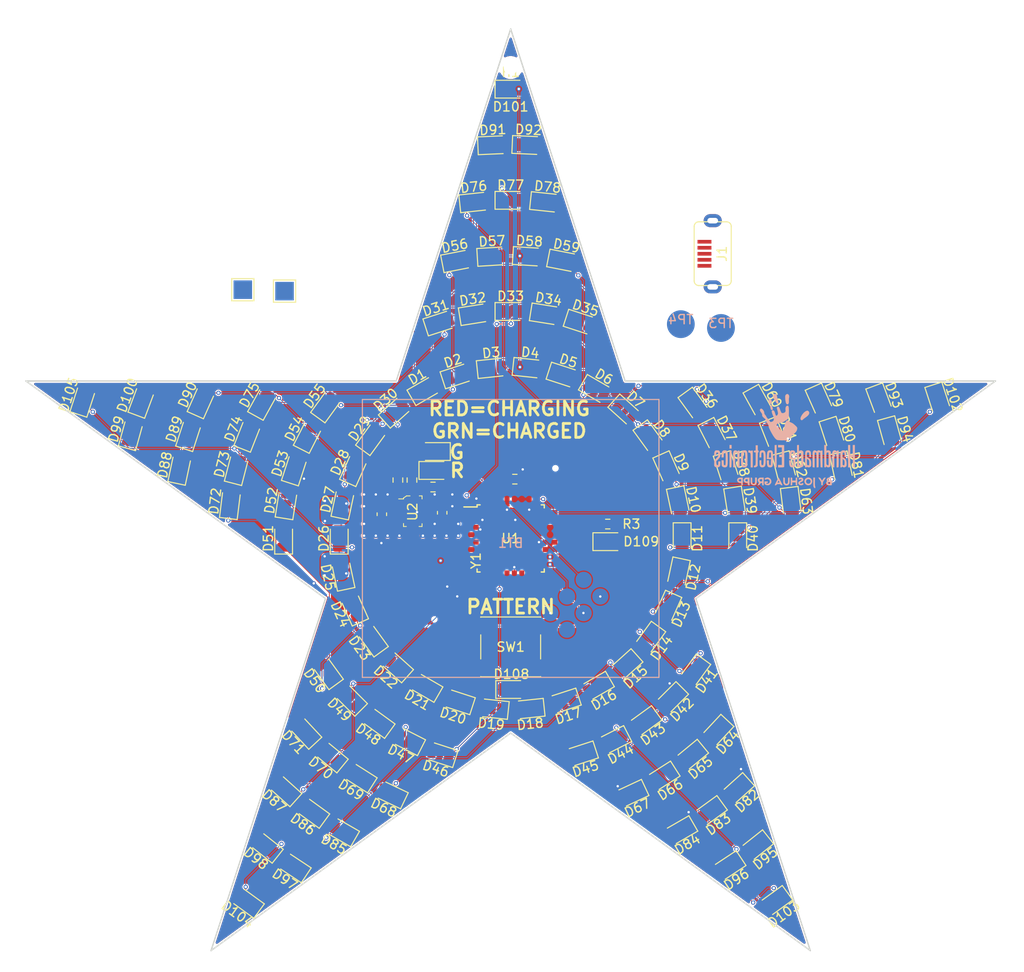
<source format=kicad_pcb>
(kicad_pcb (version 20171130) (host pcbnew "(5.1.9)-1")
  (layers (0 F.Cu signal) (1 In1.Cu signal) (2 In2.Cu signal) (31 B.Cu signal) (36 B.SilkS user) (37 F.SilkS user) (38 B.Mask user) (39 F.Mask user) (44 Edge.Cuts user))
  (net 0 "")
  (net 1 GND)
  (net 2 +5V)
  (net 3 +VBAT)
  (net 4 PIN11)
  (net 5 PIN1)
  (net 6 PIN10)
  (net 7 PIN9)
  (net 8 PIN8)
  (net 9 PIN7)
  (net 10 PIN6)
  (net 11 PIN5)
  (net 12 PIN4)
  (net 13 PIN3)
  (net 14 PIN2)
  (net 15 "Net-(D106-Pad1)")
  (net 16 "Net-(D107-Pad2)")
  (net 17 "Net-(D108-Pad2)")
  (net 18 "Net-(D109-Pad2)")
  (net 19 "Net-(J1-Pad3)")
  (net 20 "Net-(J1-Pad4)")
  (net 21 "Net-(J1-Pad2)")
  (net 22 MISO)
  (net 23 SCK)
  (net 24 MOSI)
  (net 25 RESET)
  (net 26 "Net-(R1-Pad1)")
  (net 27 "Net-(R6-Pad2)")
  (net 28 "Net-(U1-Pad7)")
  (net 29 "Net-(U1-Pad8)")
  (module Joshua:POGO_CONTACT_PAD_3MM (layer B.Cu) (at 122.69 77.28)
    (fp_text reference TP3 (at 0 -0.5) (layer B.SilkS) (effects (justify mirror)))
    (fp_text value "USB+ TestPoint")
    (pad 1 smd circle (at 0 0) (size 2.999999 2.999999) (layers B.Cu B.Mask) (net 2 +5V))
  )
  (module digikey-footprints:SOT-753 (layer F.Cu) (at 89.44 97.06 270)
    (fp_text reference U2 (at 0.06 0.02 270) (layer F.SilkS))
    (fp_text value MCP73831T-2ACI_OT)
    (pad 1 smd rect (at -0.95 1.35 270) (size 0.6 1.05) (layers F.Cu F.Paste F.Mask) (net 26 "Net-(R1-Pad1)"))
    (pad 2 smd rect (at 0 1.35 270) (size 0.6 1.05) (layers F.Cu F.Paste F.Mask) (net 1 GND))
    (pad 3 smd rect (at 0.95 1.35 270) (size 0.6 1.05) (layers F.Cu F.Paste F.Mask) (net 3 +VBAT))
    (pad 4 smd rect (at 0.95 -1.35 270) (size 0.6 1.05) (layers F.Cu F.Paste F.Mask) (net 2 +5V))
    (pad 5 smd rect (at -0.95 -1.35 270) (size 0.6 1.05) (layers F.Cu F.Paste F.Mask) (net 27 "Net-(R6-Pad2)"))
  )
  (module "Joshua:SW_Push_1P1T_NO_6x6mm_H5.0mm(LCSC#C620316)" (layer F.Cu) (at 100 111.71)
    (fp_text reference SW1 (at 0 0.01) (layer F.SilkS))
    (fp_text value SW_Push)
    (pad 2 smd rect (at 3.975 2.25) (size 2 1.5) (layers F.Cu F.Paste F.Mask) (net 17 "Net-(D108-Pad2)"))
    (pad 1 smd rect (at 3.975 -2.25) (size 2 1.5) (layers F.Cu F.Paste F.Mask) (net 6 PIN10))
    (pad 1 smd rect (at -3.975 -2.25) (size 2 1.5) (layers F.Cu F.Paste F.Mask) (net 6 PIN10))
    (pad 2 smd rect (at -3.975 2.25) (size 2 1.5) (layers F.Cu F.Paste F.Mask) (net 17 "Net-(D108-Pad2)"))
  )
  (module Joshua:3.7x3.1mm_Resonator (layer F.Cu) (at 92.44 102.4 90)
    (fp_text reference Y1 (at 0 3.81 90) (layer F.SilkS))
    (fp_text value 8Mhz)
    (pad 3 smd rect (at 1.5 0 90) (size 0.7 4.1) (layers F.Cu F.Paste F.Mask) (net 28 "Net-(U1-Pad7)"))
    (pad 2 smd rect (at 0 0 90) (size 1 4.1) (layers F.Cu F.Paste F.Mask) (net 1 GND))
    (pad 1 smd rect (at -1.5 0 90) (size 0.7 4.1) (layers F.Cu F.Paste F.Mask) (net 29 "Net-(U1-Pad8)"))
  )
  (module Joshua:USB-B_Micro_Female_Vertical_2073-USB3140-30-0230-1 (layer F.Cu) (at 121.8 69.27 90)
    (fp_text reference J1 (at 0 1.01 -90) (layer F.SilkS))
    (fp_text value 10118193-0001LF)
    (pad 5 smd rect (at 1.3 -0.89 90) (size 0.4 1.5) (layers F.Cu F.Paste F.Mask) (net 1 GND))
    (pad 4 smd rect (at 0.65 -0.89 90) (size 0.4 1.5) (layers F.Cu F.Paste F.Mask) (net 20 "Net-(J1-Pad4)"))
    (pad 3 smd rect (at 0 -0.89 90) (size 0.4 1.5) (layers F.Cu F.Paste F.Mask) (net 19 "Net-(J1-Pad3)"))
    (pad 2 smd rect (at -0.65 -0.89 90) (size 0.4 1.5) (layers F.Cu F.Paste F.Mask) (net 21 "Net-(J1-Pad2)"))
    (pad 1 smd rect (at -1.3 -0.89 90) (size 0.4 1.5) (layers F.Cu F.Paste F.Mask) (net 2 +5V))
    (pad "" np_thru_hole oval (at 3.575 0 90) (size 1.4 1.95) (drill oval 0.6 1.15) (layers *.Cu B.Mask))
    (pad "" np_thru_hole oval (at -3.575 0 90) (size 1.4 1.95) (drill oval 0.6 1.15) (layers *.Cu B.Mask))
  )
  (module Joshua:Handmade_Electronics-15.2x10.2mm (layer B.Cu) (at 129.55 89.47 180)
    (fp_text reference G*** hide)
    (fp_text value LOGO hide)
  )
  (module Joshua:POGO_CONTACT_PAD_3MM (layer B.Cu) (at 118.36 76.87)
    (fp_text reference TP4 (at 0 -0.5) (layer B.SilkS) (effects (justify mirror)))
    (fp_text value "USB GND TestPoint")
    (pad 1 smd circle (at 0 0) (size 2.999999 2.999999) (layers B.Cu B.Mask) (net 1 GND))
  )
  (module Package_QFP:TQFP-32_7x7mm_P0.8mm (layer F.Cu) (at 100 100)
    (fp_text reference U1 (at 0 0) (layer F.SilkS))
    (fp_text value ATmega328P-AU)
    (pad 32 smd rect (at -2.8 -4.25 90) (size 1.6 0.55) (layers F.Cu F.Paste F.Mask) (net 13 PIN3))
    (pad 31 smd rect (at -2 -4.25 90) (size 1.6 0.55) (layers F.Cu F.Paste F.Mask) (net 14 PIN2))
    (pad 30 smd rect (at -1.2 -4.25 90) (size 1.6 0.55) (layers F.Cu F.Paste F.Mask) (net 5 PIN1))
    (pad 29 smd rect (at -0.4 -4.25 90) (size 1.6 0.55) (layers F.Cu F.Paste F.Mask) (net 25 RESET))
    (pad 28 smd rect (at 0.4 -4.25 90) (size 1.6 0.55) (layers F.Cu F.Paste F.Mask) (net 1 GND))
    (pad 27 smd rect (at 1.2 -4.25 90) (size 1.6 0.55) (layers F.Cu F.Paste F.Mask) (net 1 GND))
    (pad 26 smd rect (at 2 -4.25 90) (size 1.6 0.55) (layers F.Cu F.Paste F.Mask) (net 1 GND))
    (pad 25 smd rect (at 2.8 -4.25 90) (size 1.6 0.55) (layers F.Cu F.Paste F.Mask) (net 4 PIN11))
    (pad 24 smd rect (at 4.25 -2.8) (size 1.6 0.55) (layers F.Cu F.Paste F.Mask) (net 6 PIN10))
    (pad 23 smd rect (at 4.25 -2) (size 1.6 0.55) (layers F.Cu F.Paste F.Mask) (net 7 PIN9))
    (pad 22 smd rect (at 4.25 -1.2) (size 1.6 0.55) (layers F.Cu F.Paste F.Mask) (net 1 GND))
    (pad 21 smd rect (at 4.25 -0.4) (size 1.6 0.55) (layers F.Cu F.Paste F.Mask) (net 1 GND))
    (pad 20 smd rect (at 4.25 0.4) (size 1.6 0.55) (layers F.Cu F.Paste F.Mask) (net 1 GND))
    (pad 19 smd rect (at 4.25 1.2) (size 1.6 0.55) (layers F.Cu F.Paste F.Mask) (net 1 GND))
    (pad 18 smd rect (at 4.25 2) (size 1.6 0.55) (layers F.Cu F.Paste F.Mask) (net 3 +VBAT))
    (pad 17 smd rect (at 4.25 2.8) (size 1.6 0.55) (layers F.Cu F.Paste F.Mask) (net 23 SCK))
    (pad 16 smd rect (at 2.8 4.25 90) (size 1.6 0.55) (layers F.Cu F.Paste F.Mask) (net 22 MISO))
    (pad 15 smd rect (at 2 4.25 90) (size 1.6 0.55) (layers F.Cu F.Paste F.Mask) (net 24 MOSI))
    (pad 14 smd rect (at 1.2 4.25 90) (size 1.6 0.55) (layers F.Cu F.Paste F.Mask) (net 1 GND))
    (pad 13 smd rect (at 0.4 4.25 90) (size 1.6 0.55) (layers F.Cu F.Paste F.Mask) (net 1 GND))
    (pad 12 smd rect (at -0.4 4.25 90) (size 1.6 0.55) (layers F.Cu F.Paste F.Mask) (net 1 GND))
    (pad 11 smd rect (at -1.2 4.25 90) (size 1.6 0.55) (layers F.Cu F.Paste F.Mask) (net 8 PIN8))
    (pad 10 smd rect (at -2 4.25 90) (size 1.6 0.55) (layers F.Cu F.Paste F.Mask) (net 9 PIN7))
    (pad 9 smd rect (at -2.8 4.25 90) (size 1.6 0.55) (layers F.Cu F.Paste F.Mask) (net 10 PIN6))
    (pad 8 smd rect (at -4.25 2.8) (size 1.6 0.55) (layers F.Cu F.Paste F.Mask) (net 29 "Net-(U1-Pad8)"))
    (pad 7 smd rect (at -4.25 2) (size 1.6 0.55) (layers F.Cu F.Paste F.Mask) (net 28 "Net-(U1-Pad7)"))
    (pad 6 smd rect (at -4.25 1.2) (size 1.6 0.55) (layers F.Cu F.Paste F.Mask) (net 3 +VBAT))
    (pad 5 smd rect (at -4.25 0.4) (size 1.6 0.55) (layers F.Cu F.Paste F.Mask) (net 1 GND))
    (pad 4 smd rect (at -4.25 -0.4) (size 1.6 0.55) (layers F.Cu F.Paste F.Mask) (net 3 +VBAT))
    (pad 3 smd rect (at -4.25 -1.2) (size 1.6 0.55) (layers F.Cu F.Paste F.Mask) (net 1 GND))
    (pad 2 smd rect (at -4.25 -2) (size 1.6 0.55) (layers F.Cu F.Paste F.Mask) (net 11 PIN5))
    (pad 1 smd rect (at -4.25 -2.8) (size 1.6 0.55) (layers F.Cu F.Paste F.Mask) (net 12 PIN4))
  )
  (module Capacitor_SMD:C_0603_1608Metric_Pad1.08x0.95mm_HandSolder (layer F.Cu) (at 92.61 97.23 90)
    (fp_text reference C1 hide)
    (fp_text value 4.7uF)
    (pad 2 smd roundrect (at 0.8625 0 90) (size 1.075 0.95) (layers F.Cu F.Paste F.Mask) (net 1 GND))
    (pad 1 smd roundrect (at -0.8625 0 90) (size 1.075 0.95) (layers F.Cu F.Paste F.Mask) (net 2 +5V))
  )
  (module Capacitor_SMD:C_0603_1608Metric_Pad1.08x0.95mm_HandSolder (layer F.Cu) (at 86.1 97.3875 90)
    (fp_text reference C3 hide)
    (fp_text value 4.7uF)
    (pad 2 smd roundrect (at 0.8625 0 90) (size 1.075 0.95) (layers F.Cu F.Paste F.Mask) (net 1 GND))
    (pad 1 smd roundrect (at -0.8625 0 90) (size 1.075 0.95) (layers F.Cu F.Paste F.Mask) (net 3 +VBAT))
  )
  (module LED_SMD:LED_0805_2012Metric (layer F.Cu) (at 90.75 83.97853 30)
    (fp_text reference D1 (at 0 -1.65 30) (layer F.SilkS))
    (fp_text value LED_Small)
    (pad 2 smd roundrect (at 0.9375 0 30) (size 0.975 1.4) (layers F.Cu F.Paste F.Mask) (net 4 PIN11))
    (pad 1 smd roundrect (at -0.9375 0 30) (size 0.975 1.4) (layers F.Cu F.Paste F.Mask) (net 5 PIN1))
  )
  (module LED_SMD:LED_0805_2012Metric (layer F.Cu) (at 94.28 82.41 18)
    (fp_text reference D2 (at 0 -1.65 18) (layer F.SilkS))
    (fp_text value LED_Small)
    (pad 2 smd roundrect (at 0.9375 0 18) (size 0.975 1.4) (layers F.Cu F.Paste F.Mask) (net 5 PIN1))
    (pad 1 smd roundrect (at -0.9375 0 18) (size 0.975 1.4) (layers F.Cu F.Paste F.Mask) (net 4 PIN11))
  )
  (module LED_SMD:LED_0805_2012Metric (layer F.Cu) (at 98.07 81.6 6)
    (fp_text reference D3 (at 0 -1.65 6) (layer F.SilkS))
    (fp_text value LED_Small)
    (pad 2 smd roundrect (at 0.9375 0 6) (size 0.975 1.4) (layers F.Cu F.Paste F.Mask) (net 6 PIN10))
    (pad 1 smd roundrect (at -0.9375 0 6) (size 0.975 1.4) (layers F.Cu F.Paste F.Mask) (net 5 PIN1))
  )
  (module LED_SMD:LED_0805_2012Metric (layer F.Cu) (at 101.933776 81.601345 354)
    (fp_text reference D4 (at 0 -1.65 174) (layer F.SilkS))
    (fp_text value LED_Small)
    (pad 2 smd roundrect (at 0.9375 0 354) (size 0.975 1.4) (layers F.Cu F.Paste F.Mask) (net 5 PIN1))
    (pad 1 smd roundrect (at -0.9375 0 354) (size 0.975 1.4) (layers F.Cu F.Paste F.Mask) (net 6 PIN10))
  )
  (module LED_SMD:LED_0805_2012Metric (layer F.Cu) (at 105.72 82.41 342)
    (fp_text reference D5 (at 0 -1.65 162) (layer F.SilkS))
    (fp_text value LED_Small)
    (pad 2 smd roundrect (at 0.9375 0 342) (size 0.975 1.4) (layers F.Cu F.Paste F.Mask) (net 7 PIN9))
    (pad 1 smd roundrect (at -0.9375 0 342) (size 0.975 1.4) (layers F.Cu F.Paste F.Mask) (net 5 PIN1))
  )
  (module LED_SMD:LED_0805_2012Metric (layer F.Cu) (at 109.25 83.97853 330)
    (fp_text reference D6 (at 0 -1.65 150) (layer F.SilkS))
    (fp_text value LED_Small)
    (pad 2 smd roundrect (at 0.9375 0 330) (size 0.975 1.4) (layers F.Cu F.Paste F.Mask) (net 5 PIN1))
    (pad 1 smd roundrect (at -0.9375 0 330) (size 0.975 1.4) (layers F.Cu F.Paste F.Mask) (net 7 PIN9))
  )
  (module LED_SMD:LED_0805_2012Metric (layer F.Cu) (at 112.378916 86.25182 318)
    (fp_text reference D7 (at 0 -1.65 138) (layer F.SilkS))
    (fp_text value LED_Small)
    (pad 2 smd roundrect (at 0.9375 0 318) (size 0.975 1.4) (layers F.Cu F.Paste F.Mask) (net 8 PIN8))
    (pad 1 smd roundrect (at -0.9375 0 318) (size 0.975 1.4) (layers F.Cu F.Paste F.Mask) (net 5 PIN1))
  )
  (module LED_SMD:LED_0805_2012Metric (layer F.Cu) (at 114.966814 89.125972 306)
    (fp_text reference D8 (at 0 -1.65 126) (layer F.SilkS))
    (fp_text value LED_Small)
    (pad 2 smd roundrect (at 0.9375 0 306) (size 0.975 1.4) (layers F.Cu F.Paste F.Mask) (net 5 PIN1))
    (pad 1 smd roundrect (at -0.9375 0 306) (size 0.975 1.4) (layers F.Cu F.Paste F.Mask) (net 8 PIN8))
  )
  (module LED_SMD:LED_0805_2012Metric (layer F.Cu) (at 116.9 92.47 294)
    (fp_text reference D9 (at 0 -1.65 114) (layer F.SilkS))
    (fp_text value LED_Small)
    (pad 2 smd roundrect (at 0.9375 0 294) (size 0.975 1.4) (layers F.Cu F.Paste F.Mask) (net 9 PIN7))
    (pad 1 smd roundrect (at -0.9375 0 294) (size 0.975 1.4) (layers F.Cu F.Paste F.Mask) (net 5 PIN1))
  )
  (module LED_SMD:LED_0805_2012Metric (layer F.Cu) (at 118.095731 96.153633 282)
    (fp_text reference D10 (at 0 -1.65 102) (layer F.SilkS))
    (fp_text value LED_Small)
    (pad 2 smd roundrect (at 0.9375 0 282) (size 0.975 1.4) (layers F.Cu F.Paste F.Mask) (net 5 PIN1))
    (pad 1 smd roundrect (at -0.9375 0 282) (size 0.975 1.4) (layers F.Cu F.Paste F.Mask) (net 9 PIN7))
  )
  (module LED_SMD:LED_0805_2012Metric (layer F.Cu) (at 118.5 100 270)
    (fp_text reference D11 (at 0 -1.65 90) (layer F.SilkS))
    (fp_text value LED_Small)
    (pad 2 smd roundrect (at 0.9375 0 270) (size 0.975 1.4) (layers F.Cu F.Paste F.Mask) (net 10 PIN6))
    (pad 1 smd roundrect (at -0.9375 0 270) (size 0.975 1.4) (layers F.Cu F.Paste F.Mask) (net 5 PIN1))
  )
  (module LED_SMD:LED_0805_2012Metric (layer F.Cu) (at 118.095731 103.846366 258)
    (fp_text reference D12 (at 0 -1.65 78) (layer F.SilkS))
    (fp_text value LED_Small)
    (pad 2 smd roundrect (at 0.9375 0 258) (size 0.975 1.4) (layers F.Cu F.Paste F.Mask) (net 5 PIN1))
    (pad 1 smd roundrect (at -0.9375 0 258) (size 0.975 1.4) (layers F.Cu F.Paste F.Mask) (net 10 PIN6))
  )
  (module LED_SMD:LED_0805_2012Metric (layer F.Cu) (at 116.900591 107.524627 246)
    (fp_text reference D13 (at 0 -1.65 66) (layer F.SilkS))
    (fp_text value LED_Small)
    (pad 2 smd roundrect (at 0.9375 0 246) (size 0.975 1.4) (layers F.Cu F.Paste F.Mask) (net 11 PIN5))
    (pad 1 smd roundrect (at -0.9375 0 246) (size 0.975 1.4) (layers F.Cu F.Paste F.Mask) (net 5 PIN1))
  )
  (module LED_SMD:LED_0805_2012Metric (layer F.Cu) (at 114.961049 110.871547 234)
    (fp_text reference D14 (at 0 -1.65 54) (layer F.SilkS))
    (fp_text value LED_Small)
    (pad 2 smd roundrect (at 0.9375 0 234) (size 0.975 1.4) (layers F.Cu F.Paste F.Mask) (net 5 PIN1))
    (pad 1 smd roundrect (at -0.9375 0 234) (size 0.975 1.4) (layers F.Cu F.Paste F.Mask) (net 11 PIN5))
  )
  (module LED_SMD:LED_0805_2012Metric (layer F.Cu) (at 112.38 113.75 222)
    (fp_text reference D15 (at 0 -1.65 42) (layer F.SilkS))
    (fp_text value LED_Small)
    (pad 2 smd roundrect (at 0.9375 0 222) (size 0.975 1.4) (layers F.Cu F.Paste F.Mask) (net 12 PIN4))
    (pad 1 smd roundrect (at -0.9375 0 222) (size 0.975 1.4) (layers F.Cu F.Paste F.Mask) (net 5 PIN1))
  )
  (module LED_SMD:LED_0805_2012Metric (layer F.Cu) (at 109.248102 116.01875 210)
    (fp_text reference D16 (at 0 -1.65 30) (layer F.SilkS))
    (fp_text value LED_Small)
    (pad 2 smd roundrect (at 0.9375 0 210) (size 0.975 1.4) (layers F.Cu F.Paste F.Mask) (net 5 PIN1))
    (pad 1 smd roundrect (at -0.9375 0 210) (size 0.975 1.4) (layers F.Cu F.Paste F.Mask) (net 12 PIN4))
  )
  (module LED_SMD:LED_0805_2012Metric (layer F.Cu) (at 105.716815 117.594545 198)
    (fp_text reference D17 (at 0 -1.65 18) (layer F.SilkS))
    (fp_text value LED_Small)
    (pad 2 smd roundrect (at 0.9375 0 198) (size 0.975 1.4) (layers F.Cu F.Paste F.Mask) (net 13 PIN3))
    (pad 1 smd roundrect (at -0.9375 0 198) (size 0.975 1.4) (layers F.Cu F.Paste F.Mask) (net 5 PIN1))
  )
  (module LED_SMD:LED_0805_2012Metric (layer F.Cu) (at 101.933777 118.398655 186)
    (fp_text reference D18 (at 0 -1.65 6) (layer F.SilkS))
    (fp_text value LED_Small)
    (pad 2 smd roundrect (at 0.9375 0 186) (size 0.975 1.4) (layers F.Cu F.Paste F.Mask) (net 5 PIN1))
    (pad 1 smd roundrect (at -0.9375 0 186) (size 0.975 1.4) (layers F.Cu F.Paste F.Mask) (net 13 PIN3))
  )
  (module LED_SMD:LED_0805_2012Metric (layer F.Cu) (at 98.066224 118.398655 174)
    (fp_text reference D19 (at 0 -1.65 174) (layer F.SilkS))
    (fp_text value LED_Small)
    (pad 2 smd roundrect (at 0.9375 0 174) (size 0.975 1.4) (layers F.Cu F.Paste F.Mask) (net 14 PIN2))
    (pad 1 smd roundrect (at -0.9375 0 174) (size 0.975 1.4) (layers F.Cu F.Paste F.Mask) (net 5 PIN1))
  )
  (module LED_SMD:LED_0805_2012Metric (layer F.Cu) (at 94.283186 117.594546 162)
    (fp_text reference D20 (at 0 -1.65 162) (layer F.SilkS))
    (fp_text value LED_Small)
    (pad 2 smd roundrect (at 0.9375 0 162) (size 0.975 1.4) (layers F.Cu F.Paste F.Mask) (net 5 PIN1))
    (pad 1 smd roundrect (at -0.9375 0 162) (size 0.975 1.4) (layers F.Cu F.Paste F.Mask) (net 14 PIN2))
  )
  (module LED_SMD:LED_0805_2012Metric (layer F.Cu) (at 90.748101 116.021251 150)
    (fp_text reference D21 (at 0 -1.65 150) (layer F.SilkS))
    (fp_text value LED_Small)
    (pad 2 smd roundrect (at 0.9375 0 150) (size 0.975 1.4) (layers F.Cu F.Paste F.Mask) (net 4 PIN11))
    (pad 1 smd roundrect (at -0.9375 0 150) (size 0.975 1.4) (layers F.Cu F.Paste F.Mask) (net 14 PIN2))
  )
  (module LED_SMD:LED_0805_2012Metric (layer F.Cu) (at 87.621084 113.74818 138)
    (fp_text reference D22 (at 0 -1.65 138) (layer F.SilkS))
    (fp_text value LED_Small)
    (pad 2 smd roundrect (at 0.9375 0 138) (size 0.975 1.4) (layers F.Cu F.Paste F.Mask) (net 14 PIN2))
    (pad 1 smd roundrect (at -0.9375 0 138) (size 0.975 1.4) (layers F.Cu F.Paste F.Mask) (net 4 PIN11))
  )
  (module LED_SMD:LED_0805_2012Metric (layer F.Cu) (at 85.033186 110.874028 126)
    (fp_text reference D23 (at 0 -1.65 126) (layer F.SilkS))
    (fp_text value LED_Small)
    (pad 2 smd roundrect (at 0.9375 0 126) (size 0.975 1.4) (layers F.Cu F.Paste F.Mask) (net 6 PIN10))
    (pad 1 smd roundrect (at -0.9375 0 126) (size 0.975 1.4) (layers F.Cu F.Paste F.Mask) (net 14 PIN2))
  )
  (module LED_SMD:LED_0805_2012Metric (layer F.Cu) (at 83.099409 107.524628 114)
    (fp_text reference D24 (at 0 -1.65 114) (layer F.SilkS))
    (fp_text value LED_Small)
    (pad 2 smd roundrect (at 0.9375 0 114) (size 0.975 1.4) (layers F.Cu F.Paste F.Mask) (net 14 PIN2))
    (pad 1 smd roundrect (at -0.9375 0 114) (size 0.975 1.4) (layers F.Cu F.Paste F.Mask) (net 6 PIN10))
  )
  (module LED_SMD:LED_0805_2012Metric (layer F.Cu) (at 81.904269 103.846367 102)
    (fp_text reference D25 (at 0 -1.65 102) (layer F.SilkS))
    (fp_text value LED_Small)
    (pad 2 smd roundrect (at 0.9375 0 102) (size 0.975 1.4) (layers F.Cu F.Paste F.Mask) (net 7 PIN9))
    (pad 1 smd roundrect (at -0.9375 0 102) (size 0.975 1.4) (layers F.Cu F.Paste F.Mask) (net 14 PIN2))
  )
  (module LED_SMD:LED_0805_2012Metric (layer F.Cu) (at 81.5 100.0025 90)
    (fp_text reference D26 (at 0 -1.65 90) (layer F.SilkS))
    (fp_text value LED_Small)
    (pad 2 smd roundrect (at 0.9375 0 90) (size 0.975 1.4) (layers F.Cu F.Paste F.Mask) (net 14 PIN2))
    (pad 1 smd roundrect (at -0.9375 0 90) (size 0.975 1.4) (layers F.Cu F.Paste F.Mask) (net 7 PIN9))
  )
  (module LED_SMD:LED_0805_2012Metric (layer F.Cu) (at 81.904269 96.153634 78)
    (fp_text reference D27 (at 0 -1.65 78) (layer F.SilkS))
    (fp_text value LED_Small)
    (pad 2 smd roundrect (at 0.9375 0 78) (size 0.975 1.4) (layers F.Cu F.Paste F.Mask) (net 8 PIN8))
    (pad 1 smd roundrect (at -0.9375 0 78) (size 0.975 1.4) (layers F.Cu F.Paste F.Mask) (net 14 PIN2))
  )
  (module LED_SMD:LED_0805_2012Metric (layer F.Cu) (at 83.1 92.47 66)
    (fp_text reference D28 (at 0 -1.65 66) (layer F.SilkS))
    (fp_text value LED_Small)
    (pad 2 smd roundrect (at 0.9375 0 66) (size 0.975 1.4) (layers F.Cu F.Paste F.Mask) (net 14 PIN2))
    (pad 1 smd roundrect (at -0.9375 0 66) (size 0.975 1.4) (layers F.Cu F.Paste F.Mask) (net 8 PIN8))
  )
  (module LED_SMD:LED_0805_2012Metric (layer F.Cu) (at 85.033185 89.125973 54)
    (fp_text reference D29 (at 0 -1.65 54) (layer F.SilkS))
    (fp_text value LED_Small)
    (pad 2 smd roundrect (at 0.9375 0 54) (size 0.975 1.4) (layers F.Cu F.Paste F.Mask) (net 9 PIN7))
    (pad 1 smd roundrect (at -0.9375 0 54) (size 0.975 1.4) (layers F.Cu F.Paste F.Mask) (net 14 PIN2))
  )
  (module LED_SMD:LED_0805_2012Metric (layer F.Cu) (at 87.621083 86.251821 42)
    (fp_text reference D30 (at 0 -1.65 42) (layer F.SilkS))
    (fp_text value LED_Small)
    (pad 2 smd roundrect (at 0.9375 0 42) (size 0.975 1.4) (layers F.Cu F.Paste F.Mask) (net 14 PIN2))
    (pad 1 smd roundrect (at -0.9375 0 42) (size 0.975 1.4) (layers F.Cu F.Paste F.Mask) (net 9 PIN7))
  )
  (module LED_SMD:LED_0805_2012Metric (layer F.Cu) (at 92.429084 76.699115 18)
    (fp_text reference D31 (at 0 -1.65 18) (layer F.SilkS))
    (fp_text value LED_Small)
    (pad 2 smd roundrect (at 0.9375 0 18) (size 0.975 1.4) (layers F.Cu F.Paste F.Mask) (net 10 PIN6))
    (pad 1 smd roundrect (at -0.9375 0 18) (size 0.975 1.4) (layers F.Cu F.Paste F.Mask) (net 14 PIN2))
  )
  (module LED_SMD:LED_0805_2012Metric (layer F.Cu) (at 96.167356 75.801636 9)
    (fp_text reference D32 (at 0 -1.65 9) (layer F.SilkS))
    (fp_text value LED_Small)
    (pad 2 smd roundrect (at 0.9375 0 9) (size 0.975 1.4) (layers F.Cu F.Paste F.Mask) (net 14 PIN2))
    (pad 1 smd roundrect (at -0.9375 0 9) (size 0.975 1.4) (layers F.Cu F.Paste F.Mask) (net 10 PIN6))
  )
  (module LED_SMD:LED_0805_2012Metric (layer F.Cu) (at 100 75.5)
    (fp_text reference D33 (at 0 -1.65) (layer F.SilkS))
    (fp_text value LED_Small)
    (pad 2 smd roundrect (at 0.9375 0) (size 0.975 1.4) (layers F.Cu F.Paste F.Mask) (net 11 PIN5))
    (pad 1 smd roundrect (at -0.9375 0) (size 0.975 1.4) (layers F.Cu F.Paste F.Mask) (net 14 PIN2))
  )
  (module LED_SMD:LED_0805_2012Metric (layer F.Cu) (at 103.83 75.8 351)
    (fp_text reference D34 (at 0 -1.65 171) (layer F.SilkS))
    (fp_text value LED_Small)
    (pad 2 smd roundrect (at 0.9375 0 351) (size 0.975 1.4) (layers F.Cu F.Paste F.Mask) (net 14 PIN2))
    (pad 1 smd roundrect (at -0.9375 0 351) (size 0.975 1.4) (layers F.Cu F.Paste F.Mask) (net 11 PIN5))
  )
  (module LED_SMD:LED_0805_2012Metric (layer F.Cu) (at 107.570916 76.699115 342)
    (fp_text reference D35 (at 0 -1.65 162) (layer F.SilkS))
    (fp_text value LED_Small)
    (pad 2 smd roundrect (at 0.9375 0 342) (size 0.975 1.4) (layers F.Cu F.Paste F.Mask) (net 12 PIN4))
    (pad 1 smd roundrect (at -0.9375 0 342) (size 0.975 1.4) (layers F.Cu F.Paste F.Mask) (net 14 PIN2))
  )
  (module LED_SMD:LED_0805_2012Metric (layer F.Cu) (at 119.820916 85.599261 306)
    (fp_text reference D36 (at 0 -1.65 126) (layer F.SilkS))
    (fp_text value LED_Small)
    (pad 2 smd roundrect (at 0.9375 0 306) (size 0.975 1.4) (layers F.Cu F.Paste F.Mask) (net 14 PIN2))
    (pad 1 smd roundrect (at -0.9375 0 306) (size 0.975 1.4) (layers F.Cu F.Paste F.Mask) (net 12 PIN4))
  )
  (module LED_SMD:LED_0805_2012Metric (layer F.Cu) (at 121.82966 88.877233 297)
    (fp_text reference D37 (at 0 -1.65 117) (layer F.SilkS))
    (fp_text value LED_Small)
    (pad 2 smd roundrect (at 0.9375 0 297) (size 0.975 1.4) (layers F.Cu F.Paste F.Mask) (net 13 PIN3))
    (pad 1 smd roundrect (at -0.9375 0 297) (size 0.975 1.4) (layers F.Cu F.Paste F.Mask) (net 14 PIN2))
  )
  (module LED_SMD:LED_0805_2012Metric (layer F.Cu) (at 123.3 92.43 288)
    (fp_text reference D38 (at 0 -1.65 108) (layer F.SilkS))
    (fp_text value LED_Small)
    (pad 2 smd roundrect (at 0.9375 0 288) (size 0.975 1.4) (layers F.Cu F.Paste F.Mask) (net 14 PIN2))
    (pad 1 smd roundrect (at -0.9375 0 288) (size 0.975 1.4) (layers F.Cu F.Paste F.Mask) (net 13 PIN3))
  )
  (module LED_SMD:LED_0805_2012Metric (layer F.Cu) (at 124.2 96.17 279)
    (fp_text reference D39 (at 0 -1.65 99) (layer F.SilkS))
    (fp_text value LED_Small)
    (pad 2 smd roundrect (at 0.9375 0 279) (size 0.975 1.4) (layers F.Cu F.Paste F.Mask) (net 4 PIN11))
    (pad 1 smd roundrect (at -0.9375 0 279) (size 0.975 1.4) (layers F.Cu F.Paste F.Mask) (net 13 PIN3))
  )
  (module LED_SMD:LED_0805_2012Metric (layer F.Cu) (at 124.5 100 270)
    (fp_text reference D40 (at 0 -1.65 90) (layer F.SilkS))
    (fp_text value LED_Small)
    (pad 2 smd roundrect (at 0.9375 0 270) (size 0.975 1.4) (layers F.Cu F.Paste F.Mask) (net 13 PIN3))
    (pad 1 smd roundrect (at -0.9375 0 270) (size 0.975 1.4) (layers F.Cu F.Paste F.Mask) (net 4 PIN11))
  )
  (module LED_SMD:LED_0805_2012Metric (layer F.Cu) (at 119.82 114.4 234)
    (fp_text reference D41 (at 0 -1.65 54) (layer F.SilkS))
    (fp_text value LED_Small)
    (pad 2 smd roundrect (at 0.9375 0 234) (size 0.975 1.4) (layers F.Cu F.Paste F.Mask) (net 6 PIN10))
    (pad 1 smd roundrect (at -0.9375 0 234) (size 0.975 1.4) (layers F.Cu F.Paste F.Mask) (net 13 PIN3))
  )
  (module LED_SMD:LED_0805_2012Metric (layer F.Cu) (at 117.322912 117.327088 225)
    (fp_text reference D42 (at 0 -1.65 45) (layer F.SilkS))
    (fp_text value LED_Small)
    (pad 2 smd roundrect (at 0.9375 0 225) (size 0.975 1.4) (layers F.Cu F.Paste F.Mask) (net 13 PIN3))
    (pad 1 smd roundrect (at -0.9375 0 225) (size 0.975 1.4) (layers F.Cu F.Paste F.Mask) (net 6 PIN10))
  )
  (module LED_SMD:LED_0805_2012Metric (layer F.Cu) (at 114.4 119.82 216)
    (fp_text reference D43 (at 0 -1.65 36) (layer F.SilkS))
    (fp_text value LED_Small)
    (pad 2 smd roundrect (at 0.9375 0 216) (size 0.975 1.4) (layers F.Cu F.Paste F.Mask) (net 7 PIN9))
    (pad 1 smd roundrect (at -0.9375 0 216) (size 0.975 1.4) (layers F.Cu F.Paste F.Mask) (net 13 PIN3))
  )
  (module LED_SMD:LED_0805_2012Metric (layer F.Cu) (at 111.122767 121.82966 207)
    (fp_text reference D44 (at 0 -1.65 27) (layer F.SilkS))
    (fp_text value LED_Small)
    (pad 2 smd roundrect (at 0.9375 0 207) (size 0.975 1.4) (layers F.Cu F.Paste F.Mask) (net 13 PIN3))
    (pad 1 smd roundrect (at -0.9375 0 207) (size 0.975 1.4) (layers F.Cu F.Paste F.Mask) (net 7 PIN9))
  )
  (module LED_SMD:LED_0805_2012Metric (layer F.Cu) (at 107.57 123.3 198)
    (fp_text reference D45 (at 0 -1.65 18) (layer F.SilkS))
    (fp_text value LED_Small)
    (pad 2 smd roundrect (at 0.9375 0 198) (size 0.975 1.4) (layers F.Cu F.Paste F.Mask) (net 8 PIN8))
    (pad 1 smd roundrect (at -0.9375 0 198) (size 0.975 1.4) (layers F.Cu F.Paste F.Mask) (net 13 PIN3))
  )
  (module LED_SMD:LED_0805_2012Metric (layer F.Cu) (at 92.43 123.3 162)
    (fp_text reference D46 (at 0 -1.65 162) (layer F.SilkS))
    (fp_text value LED_Small)
    (pad 2 smd roundrect (at 0.9375 0 162) (size 0.975 1.4) (layers F.Cu F.Paste F.Mask) (net 13 PIN3))
    (pad 1 smd roundrect (at -0.9375 0 162) (size 0.975 1.4) (layers F.Cu F.Paste F.Mask) (net 8 PIN8))
  )
  (module LED_SMD:LED_0805_2012Metric (layer F.Cu) (at 88.877233 121.82966 153)
    (fp_text reference D47 (at 0 -1.65 153) (layer F.SilkS))
    (fp_text value LED_Small)
    (pad 2 smd roundrect (at 0.9375 0 153) (size 0.975 1.4) (layers F.Cu F.Paste F.Mask) (net 9 PIN7))
    (pad 1 smd roundrect (at -0.9375 0 153) (size 0.975 1.4) (layers F.Cu F.Paste F.Mask) (net 13 PIN3))
  )
  (module LED_SMD:LED_0805_2012Metric (layer F.Cu) (at 85.599261 119.820916 144)
    (fp_text reference D48 (at 0 -1.65 144) (layer F.SilkS))
    (fp_text value LED_Small)
    (pad 2 smd roundrect (at 0.9375 0 144) (size 0.975 1.4) (layers F.Cu F.Paste F.Mask) (net 13 PIN3))
    (pad 1 smd roundrect (at -0.9375 0 144) (size 0.975 1.4) (layers F.Cu F.Paste F.Mask) (net 9 PIN7))
  )
  (module LED_SMD:LED_0805_2012Metric (layer F.Cu) (at 82.675884 117.324116 135)
    (fp_text reference D49 (at 0 -1.65 135) (layer F.SilkS))
    (fp_text value LED_Small)
    (pad 2 smd roundrect (at 0.9375 0 135) (size 0.975 1.4) (layers F.Cu F.Paste F.Mask) (net 10 PIN6))
    (pad 1 smd roundrect (at -0.9375 0 135) (size 0.975 1.4) (layers F.Cu F.Paste F.Mask) (net 13 PIN3))
  )
  (module LED_SMD:LED_0805_2012Metric (layer F.Cu) (at 80.18 114.4 126)
    (fp_text reference D50 (at 0 -1.65 126) (layer F.SilkS))
    (fp_text value LED_Small)
    (pad 2 smd roundrect (at 0.9375 0 126) (size 0.975 1.4) (layers F.Cu F.Paste F.Mask) (net 13 PIN3))
    (pad 1 smd roundrect (at -0.9375 0 126) (size 0.975 1.4) (layers F.Cu F.Paste F.Mask) (net 10 PIN6))
  )
  (module LED_SMD:LED_0805_2012Metric (layer F.Cu) (at 75.5 100 90)
    (fp_text reference D51 (at 0 -1.65 90) (layer F.SilkS))
    (fp_text value LED_Small)
    (pad 2 smd roundrect (at 0.9375 0 90) (size 0.975 1.4) (layers F.Cu F.Paste F.Mask) (net 11 PIN5))
    (pad 1 smd roundrect (at -0.9375 0 90) (size 0.975 1.4) (layers F.Cu F.Paste F.Mask) (net 13 PIN3))
  )
  (module LED_SMD:LED_0805_2012Metric (layer F.Cu) (at 75.801636 96.167356 81)
    (fp_text reference D52 (at 0 -1.65 81) (layer F.SilkS))
    (fp_text value LED_Small)
    (pad 2 smd roundrect (at 0.9375 0 81) (size 0.975 1.4) (layers F.Cu F.Paste F.Mask) (net 13 PIN3))
    (pad 1 smd roundrect (at -0.9375 0 81) (size 0.975 1.4) (layers F.Cu F.Paste F.Mask) (net 11 PIN5))
  )
  (module LED_SMD:LED_0805_2012Metric (layer F.Cu) (at 76.699115 92.429084 72)
    (fp_text reference D53 (at 0 -1.65 72) (layer F.SilkS))
    (fp_text value LED_Small)
    (pad 2 smd roundrect (at 0.9375 0 72) (size 0.975 1.4) (layers F.Cu F.Paste F.Mask) (net 12 PIN4))
    (pad 1 smd roundrect (at -0.9375 0 72) (size 0.975 1.4) (layers F.Cu F.Paste F.Mask) (net 13 PIN3))
  )
  (module LED_SMD:LED_0805_2012Metric (layer F.Cu) (at 78.17034 88.877233 63)
    (fp_text reference D54 (at 0 -1.65 63) (layer F.SilkS))
    (fp_text value LED_Small)
    (pad 2 smd roundrect (at 0.9375 0 63) (size 0.975 1.4) (layers F.Cu F.Paste F.Mask) (net 13 PIN3))
    (pad 1 smd roundrect (at -0.9375 0 63) (size 0.975 1.4) (layers F.Cu F.Paste F.Mask) (net 12 PIN4))
  )
  (module LED_SMD:LED_0805_2012Metric (layer F.Cu) (at 80.179084 85.599261 54)
    (fp_text reference D55 (at 0 -1.65 54) (layer F.SilkS))
    (fp_text value LED_Small)
    (pad 2 smd roundrect (at 0.9375 0 54) (size 0.975 1.4) (layers F.Cu F.Paste F.Mask) (net 4 PIN11))
    (pad 1 smd roundrect (at -0.9375 0 54) (size 0.975 1.4) (layers F.Cu F.Paste F.Mask) (net 12 PIN4))
  )
  (module LED_SMD:LED_0805_2012Metric (layer F.Cu) (at 94.28 70.04 11)
    (fp_text reference D56 (at 0 -1.65 11) (layer F.SilkS))
    (fp_text value LED_Small)
    (pad 2 smd roundrect (at 0.9375 0 11) (size 0.975 1.4) (layers F.Cu F.Paste F.Mask) (net 12 PIN4))
    (pad 1 smd roundrect (at -0.9375 0 11) (size 0.975 1.4) (layers F.Cu F.Paste F.Mask) (net 4 PIN11))
  )
  (module LED_SMD:LED_0805_2012Metric (layer F.Cu) (at 98.084889 69.560185 3.5)
    (fp_text reference D57 (at 0 -1.65 3.5) (layer F.SilkS))
    (fp_text value LED_Small)
    (pad 2 smd roundrect (at 0.9375 0 3.5) (size 0.975 1.4) (layers F.Cu F.Paste F.Mask) (net 6 PIN10))
    (pad 1 smd roundrect (at -0.9375 0 3.5) (size 0.975 1.4) (layers F.Cu F.Paste F.Mask) (net 12 PIN4))
  )
  (module LED_SMD:LED_0805_2012Metric (layer F.Cu) (at 101.92 69.56 356.5)
    (fp_text reference D58 (at 0 -1.65 176.5) (layer F.SilkS))
    (fp_text value LED_Small)
    (pad 2 smd roundrect (at 0.9375 0 356.5) (size 0.975 1.4) (layers F.Cu F.Paste F.Mask) (net 12 PIN4))
    (pad 1 smd roundrect (at -0.9375 0 356.5) (size 0.975 1.4) (layers F.Cu F.Paste F.Mask) (net 6 PIN10))
  )
  (module LED_SMD:LED_0805_2012Metric (layer F.Cu) (at 105.71513 70.040239 349)
    (fp_text reference D59 (at 0 -1.65 169) (layer F.SilkS))
    (fp_text value LED_Small)
    (pad 2 smd roundrect (at 0.9375 0 349) (size 0.975 1.4) (layers F.Cu F.Paste F.Mask) (net 7 PIN9))
    (pad 1 smd roundrect (at -0.9375 0 349) (size 0.975 1.4) (layers F.Cu F.Paste F.Mask) (net 12 PIN4))
  )
  (module LED_SMD:LED_0805_2012Metric (layer F.Cu) (at 126.727353 85.306513 299)
    (fp_text reference D60 (at 0 -1.65 119) (layer F.SilkS))
    (fp_text value LED_Small)
    (pad 2 smd roundrect (at 0.9375 0 299) (size 0.975 1.4) (layers F.Cu F.Paste F.Mask) (net 12 PIN4))
    (pad 1 smd roundrect (at -0.9375 0 299) (size 0.975 1.4) (layers F.Cu F.Paste F.Mask) (net 7 PIN9))
  )
  (module LED_SMD:LED_0805_2012Metric (layer F.Cu) (at 128.358183 88.772201 291.5)
    (fp_text reference D61 (at 0 -1.65 111.5) (layer F.SilkS))
    (fp_text value LED_Small)
    (pad 2 smd roundrect (at 0.9375 0 291.5) (size 0.975 1.4) (layers F.Cu F.Paste F.Mask) (net 8 PIN8))
    (pad 1 smd roundrect (at -0.9375 0 291.5) (size 0.975 1.4) (layers F.Cu F.Paste F.Mask) (net 12 PIN4))
  )
  (module LED_SMD:LED_0805_2012Metric (layer F.Cu) (at 129.541786 92.414958 284.5)
    (fp_text reference D62 (at 0 -1.65 104.5) (layer F.SilkS))
    (fp_text value LED_Small)
    (pad 2 smd roundrect (at 0.9375 0 284.5) (size 0.975 1.4) (layers F.Cu F.Paste F.Mask) (net 12 PIN4))
    (pad 1 smd roundrect (at -0.9375 0 284.5) (size 0.975 1.4) (layers F.Cu F.Paste F.Mask) (net 8 PIN8))
  )
  (module LED_SMD:LED_0805_2012Metric (layer F.Cu) (at 130.259498 96.177336 277)
    (fp_text reference D63 (at 0 -1.65 97) (layer F.SilkS))
    (fp_text value LED_Small)
    (pad 2 smd roundrect (at 0.9375 0 277) (size 0.975 1.4) (layers F.Cu F.Paste F.Mask) (net 9 PIN7))
    (pad 1 smd roundrect (at -0.9375 0 277) (size 0.975 1.4) (layers F.Cu F.Paste F.Mask) (net 12 PIN4))
  )
  (module LED_SMD:LED_0805_2012Metric (layer F.Cu) (at 122.233543 120.878686 227)
    (fp_text reference D64 (at 0 -1.65 47) (layer F.SilkS))
    (fp_text value LED_Small)
    (pad 2 smd roundrect (at 0.9375 0 227) (size 0.975 1.4) (layers F.Cu F.Paste F.Mask) (net 12 PIN4))
    (pad 1 smd roundrect (at -0.9375 0 227) (size 0.975 1.4) (layers F.Cu F.Paste F.Mask) (net 9 PIN7))
  )
  (module LED_SMD:LED_0805_2012Metric (layer F.Cu) (at 119.441432 123.500654 219.5)
    (fp_text reference D65 (at 0 -1.65 39.5) (layer F.SilkS))
    (fp_text value LED_Small)
    (pad 2 smd roundrect (at 0.9375 0 219.5) (size 0.975 1.4) (layers F.Cu F.Paste F.Mask) (net 10 PIN6))
    (pad 1 smd roundrect (at -0.9375 0 219.5) (size 0.975 1.4) (layers F.Cu F.Paste F.Mask) (net 12 PIN4))
  )
  (module LED_SMD:LED_0805_2012Metric (layer F.Cu) (at 116.342717 125.752001 212.5)
    (fp_text reference D66 (at 0 -1.65 32.5) (layer F.SilkS))
    (fp_text value LED_Small)
    (pad 2 smd roundrect (at 0.9375 0 212.5) (size 0.975 1.4) (layers F.Cu F.Paste F.Mask) (net 12 PIN4))
    (pad 1 smd roundrect (at -0.9375 0 212.5) (size 0.975 1.4) (layers F.Cu F.Paste F.Mask) (net 10 PIN6))
  )
  (module LED_SMD:LED_0805_2012Metric (layer F.Cu) (at 112.986268 127.597225 205)
    (fp_text reference D67 (at 0 -1.65 25) (layer F.SilkS))
    (fp_text value LED_Small)
    (pad 2 smd roundrect (at 0.9375 0 205) (size 0.975 1.4) (layers F.Cu F.Paste F.Mask) (net 11 PIN5))
    (pad 1 smd roundrect (at -0.9375 0 205) (size 0.975 1.4) (layers F.Cu F.Paste F.Mask) (net 12 PIN4))
  )
  (module LED_SMD:LED_0805_2012Metric (layer F.Cu) (at 87.013732 127.597225 154.5)
    (fp_text reference D68 (at 0 -1.65 154.5) (layer F.SilkS))
    (fp_text value LED_Small)
    (pad 2 smd roundrect (at 0.9375 0 154.5) (size 0.975 1.4) (layers F.Cu F.Paste F.Mask) (net 12 PIN4))
    (pad 1 smd roundrect (at -0.9375 0 154.5) (size 0.975 1.4) (layers F.Cu F.Paste F.Mask) (net 11 PIN5))
  )
  (module LED_SMD:LED_0805_2012Metric (layer F.Cu) (at 83.657283 125.752002 147.5)
    (fp_text reference D69 (at 0 -1.65 147.5) (layer F.SilkS))
    (fp_text value LED_Small)
    (pad 2 smd roundrect (at 0.9375 0 147.5) (size 0.975 1.4) (layers F.Cu F.Paste F.Mask) (net 4 PIN11))
    (pad 1 smd roundrect (at -0.9375 0 147.5) (size 0.975 1.4) (layers F.Cu F.Paste F.Mask) (net 11 PIN5))
  )
  (module LED_SMD:LED_0805_2012Metric (layer F.Cu) (at 80.558569 123.500654 140.5)
    (fp_text reference D70 (at 0 -1.65 140.5) (layer F.SilkS))
    (fp_text value LED_Small)
    (pad 2 smd roundrect (at 0.9375 0 140.5) (size 0.975 1.4) (layers F.Cu F.Paste F.Mask) (net 11 PIN5))
    (pad 1 smd roundrect (at -0.9375 0 140.5) (size 0.975 1.4) (layers F.Cu F.Paste F.Mask) (net 4 PIN11))
  )
  (module LED_SMD:LED_0805_2012Metric (layer F.Cu) (at 77.766457 120.878687 133)
    (fp_text reference D71 (at 0 -1.65 133) (layer F.SilkS))
    (fp_text value LED_Small)
    (pad 2 smd roundrect (at 0.9375 0 133) (size 0.975 1.4) (layers F.Cu F.Paste F.Mask) (net 6 PIN10))
    (pad 1 smd roundrect (at -0.9375 0 133) (size 0.975 1.4) (layers F.Cu F.Paste F.Mask) (net 11 PIN5))
  )
  (module LED_SMD:LED_0805_2012Metric (layer F.Cu) (at 69.740502 96.177337 83)
    (fp_text reference D72 (at 0 -1.65 83) (layer F.SilkS))
    (fp_text value LED_Small)
    (pad 2 smd roundrect (at 0.9375 0 83) (size 0.975 1.4) (layers F.Cu F.Paste F.Mask) (net 11 PIN5))
    (pad 1 smd roundrect (at -0.9375 0 83) (size 0.975 1.4) (layers F.Cu F.Paste F.Mask) (net 6 PIN10))
  )
  (module LED_SMD:LED_0805_2012Metric (layer F.Cu) (at 70.458214 92.414959 75.5)
    (fp_text reference D73 (at 0 -1.65 75.5) (layer F.SilkS))
    (fp_text value LED_Small)
    (pad 2 smd roundrect (at 0.9375 0 75.5) (size 0.975 1.4) (layers F.Cu F.Paste F.Mask) (net 7 PIN9))
    (pad 1 smd roundrect (at -0.9375 0 75.5) (size 0.975 1.4) (layers F.Cu F.Paste F.Mask) (net 11 PIN5))
  )
  (module LED_SMD:LED_0805_2012Metric (layer F.Cu) (at 71.641817 88.772201 68.5)
    (fp_text reference D74 (at 0 -1.65 68.5) (layer F.SilkS))
    (fp_text value LED_Small)
    (pad 2 smd roundrect (at 0.9375 0 68.5) (size 0.975 1.4) (layers F.Cu F.Paste F.Mask) (net 11 PIN5))
    (pad 1 smd roundrect (at -0.9375 0 68.5) (size 0.975 1.4) (layers F.Cu F.Paste F.Mask) (net 7 PIN9))
  )
  (module LED_SMD:LED_0805_2012Metric (layer F.Cu) (at 73.272646 85.306513 61)
    (fp_text reference D75 (at 0 -1.65 61) (layer F.SilkS))
    (fp_text value LED_Small)
    (pad 2 smd roundrect (at 0.9375 0 61) (size 0.975 1.4) (layers F.Cu F.Paste F.Mask) (net 8 PIN8))
    (pad 1 smd roundrect (at -0.9375 0 61) (size 0.975 1.4) (layers F.Cu F.Paste F.Mask) (net 11 PIN5))
  )
  (module LED_SMD:LED_0805_2012Metric (layer F.Cu) (at 96.184711 63.699951 6)
    (fp_text reference D76 (at 0 -1.65 6) (layer F.SilkS))
    (fp_text value LED_Small)
    (pad 2 smd roundrect (at 0.9375 0 6) (size 0.975 1.4) (layers F.Cu F.Paste F.Mask) (net 11 PIN5))
    (pad 1 smd roundrect (at -0.9375 0 6) (size 0.975 1.4) (layers F.Cu F.Paste F.Mask) (net 8 PIN8))
  )
  (module LED_SMD:LED_0805_2012Metric (layer F.Cu) (at 100 63.5)
    (fp_text reference D77 (at 0 -1.65) (layer F.SilkS))
    (fp_text value LED_Small)
    (pad 2 smd roundrect (at 0.9375 0) (size 0.975 1.4) (layers F.Cu F.Paste F.Mask) (net 9 PIN7))
    (pad 1 smd roundrect (at -0.9375 0) (size 0.975 1.4) (layers F.Cu F.Paste F.Mask) (net 11 PIN5))
  )
  (module LED_SMD:LED_0805_2012Metric (layer F.Cu) (at 103.815289 63.699951 354)
    (fp_text reference D78 (at 0 -1.65 174) (layer F.SilkS))
    (fp_text value LED_Small)
    (pad 2 smd roundrect (at 0.9375 0 354) (size 0.975 1.4) (layers F.Cu F.Paste F.Mask) (net 11 PIN5))
    (pad 1 smd roundrect (at -0.9375 0 354) (size 0.975 1.4) (layers F.Cu F.Paste F.Mask) (net 9 PIN7))
  )
  (module LED_SMD:LED_0805_2012Metric (layer F.Cu) (at 133.344409 85.154113 294)
    (fp_text reference D79 (at 0 -1.65 114) (layer F.SilkS))
    (fp_text value LED_Small)
    (pad 2 smd roundrect (at 0.9375 0 294) (size 0.975 1.4) (layers F.Cu F.Paste F.Mask) (net 10 PIN6))
    (pad 1 smd roundrect (at -0.9375 0 294) (size 0.975 1.4) (layers F.Cu F.Paste F.Mask) (net 11 PIN5))
  )
  (module LED_SMD:LED_0805_2012Metric (layer F.Cu) (at 134.713563 88.72088 288)
    (fp_text reference D80 (at 0 -1.65 108) (layer F.SilkS))
    (fp_text value LED_Small)
    (pad 2 smd roundrect (at 0.9375 0 288) (size 0.975 1.4) (layers F.Cu F.Paste F.Mask) (net 11 PIN5))
    (pad 1 smd roundrect (at -0.9375 0 288) (size 0.975 1.4) (layers F.Cu F.Paste F.Mask) (net 10 PIN6))
  )
  (module LED_SMD:LED_0805_2012Metric (layer F.Cu) (at 135.702387 92.411223 282)
    (fp_text reference D81 (at 0 -1.65 102) (layer F.SilkS))
    (fp_text value LED_Small)
    (pad 2 smd roundrect (at 0.9375 0 282) (size 0.975 1.4) (layers F.Cu F.Paste F.Mask) (net 4 PIN11))
    (pad 1 smd roundrect (at -0.9375 0 282) (size 0.975 1.4) (layers F.Cu F.Paste F.Mask) (net 10 PIN6))
  )
  (module LED_SMD:LED_0805_2012Metric (layer F.Cu) (at 124.423267 127.124786 222)
    (fp_text reference D82 (at 0 -1.65 42) (layer F.SilkS))
    (fp_text value LED_Small)
    (pad 2 smd roundrect (at 0.9375 0 222) (size 0.975 1.4) (layers F.Cu F.Paste F.Mask) (net 10 PIN6))
    (pad 1 smd roundrect (at -0.9375 0 222) (size 0.975 1.4) (layers F.Cu F.Paste F.Mask) (net 4 PIN11))
  )
  (module LED_SMD:LED_0805_2012Metric (layer F.Cu) (at 121.454162 129.52912 216)
    (fp_text reference D83 (at 0 -1.65 36) (layer F.SilkS))
    (fp_text value LED_Small)
    (pad 2 smd roundrect (at 0.9375 0 216) (size 0.975 1.4) (layers F.Cu F.Paste F.Mask) (net 6 PIN10))
    (pad 1 smd roundrect (at -0.9375 0 216) (size 0.975 1.4) (layers F.Cu F.Paste F.Mask) (net 10 PIN6))
  )
  (module LED_SMD:LED_0805_2012Metric (layer F.Cu) (at 118.25 131.609927 210)
    (fp_text reference D84 (at 0 -1.65 30) (layer F.SilkS))
    (fp_text value LED_Small)
    (pad 2 smd roundrect (at 0.9375 0 210) (size 0.975 1.4) (layers F.Cu F.Paste F.Mask) (net 10 PIN6))
    (pad 1 smd roundrect (at -0.9375 0 210) (size 0.975 1.4) (layers F.Cu F.Paste F.Mask) (net 6 PIN10))
  )
  (module LED_SMD:LED_0805_2012Metric (layer F.Cu) (at 81.75 131.609927 150)
    (fp_text reference D85 (at 0 -1.65 150) (layer F.SilkS))
    (fp_text value LED_Small)
    (pad 2 smd roundrect (at 0.9375 0 150) (size 0.975 1.4) (layers F.Cu F.Paste F.Mask) (net 7 PIN9))
    (pad 1 smd roundrect (at -0.9375 0 150) (size 0.975 1.4) (layers F.Cu F.Paste F.Mask) (net 10 PIN6))
  )
  (module LED_SMD:LED_0805_2012Metric (layer F.Cu) (at 78.545838 129.52912 144)
    (fp_text reference D86 (at 0 -1.65 144) (layer F.SilkS))
    (fp_text value LED_Small)
    (pad 2 smd roundrect (at 0.9375 0 144) (size 0.975 1.4) (layers F.Cu F.Paste F.Mask) (net 10 PIN6))
    (pad 1 smd roundrect (at -0.9375 0 144) (size 0.975 1.4) (layers F.Cu F.Paste F.Mask) (net 7 PIN9))
  )
  (module LED_SMD:LED_0805_2012Metric (layer F.Cu) (at 75.576733 127.124786 138)
    (fp_text reference D87 (at 0 -1.65 138) (layer F.SilkS))
    (fp_text value LED_Small)
    (pad 2 smd roundrect (at 0.9375 0 138) (size 0.975 1.4) (layers F.Cu F.Paste F.Mask) (net 8 PIN8))
    (pad 1 smd roundrect (at -0.9375 0 138) (size 0.975 1.4) (layers F.Cu F.Paste F.Mask) (net 10 PIN6))
  )
  (module LED_SMD:LED_0805_2012Metric (layer F.Cu) (at 64.297613 92.411223 78)
    (fp_text reference D88 (at 0 -1.65 78) (layer F.SilkS))
    (fp_text value LED_Small)
    (pad 2 smd roundrect (at 0.9375 0 78) (size 0.975 1.4) (layers F.Cu F.Paste F.Mask) (net 10 PIN6))
    (pad 1 smd roundrect (at -0.9375 0 78) (size 0.975 1.4) (layers F.Cu F.Paste F.Mask) (net 8 PIN8))
  )
  (module LED_SMD:LED_0805_2012Metric (layer F.Cu) (at 65.286437 88.72088 72)
    (fp_text reference D89 (at 0 -1.65 72) (layer F.SilkS))
    (fp_text value LED_Small)
    (pad 2 smd roundrect (at 0.9375 0 72) (size 0.975 1.4) (layers F.Cu F.Paste F.Mask) (net 9 PIN7))
    (pad 1 smd roundrect (at -0.9375 0 72) (size 0.975 1.4) (layers F.Cu F.Paste F.Mask) (net 10 PIN6))
  )
  (module LED_SMD:LED_0805_2012Metric (layer F.Cu) (at 66.655591 85.154113 66)
    (fp_text reference D90 (at 0 -1.65 66) (layer F.SilkS))
    (fp_text value LED_Small)
    (pad 2 smd roundrect (at 0.9375 0 66) (size 0.975 1.4) (layers F.Cu F.Paste F.Mask) (net 10 PIN6))
    (pad 1 smd roundrect (at -0.9375 0 66) (size 0.975 1.4) (layers F.Cu F.Paste F.Mask) (net 9 PIN7))
  )
  (module LED_SMD:LED_0805_2012Metric (layer F.Cu) (at 98.146176 57.540451 2.5)
    (fp_text reference D91 (at 0 -1.65 2.5) (layer F.SilkS))
    (fp_text value LED_Small)
    (pad 2 smd roundrect (at 0.9375 0 2.5) (size 0.975 1.4) (layers F.Cu F.Paste F.Mask) (net 4 PIN11))
    (pad 1 smd roundrect (at -0.9375 0 2.5) (size 0.975 1.4) (layers F.Cu F.Paste F.Mask) (net 9 PIN7))
  )
  (module LED_SMD:LED_0805_2012Metric (layer F.Cu) (at 101.853824 57.540451 357.5)
    (fp_text reference D92 (at 0 -1.65 177.5) (layer F.SilkS))
    (fp_text value LED_Small)
    (pad 2 smd roundrect (at 0.9375 0 357.5) (size 0.975 1.4) (layers F.Cu F.Paste F.Mask) (net 9 PIN7))
    (pad 1 smd roundrect (at -0.9375 0 357.5) (size 0.975 1.4) (layers F.Cu F.Paste F.Mask) (net 4 PIN11))
  )
  (module LED_SMD:LED_0805_2012Metric (layer F.Cu) (at 139.808568 85.116186 290.5)
    (fp_text reference D93 (at 0 -1.65 110.5) (layer F.SilkS))
    (fp_text value LED_Small)
    (pad 2 smd roundrect (at 0.9375 0 290.5) (size 0.975 1.4) (layers F.Cu F.Paste F.Mask) (net 6 PIN10))
    (pad 1 smd roundrect (at -0.9375 0 290.5) (size 0.975 1.4) (layers F.Cu F.Paste F.Mask) (net 9 PIN7))
  )
  (module LED_SMD:LED_0805_2012Metric (layer F.Cu) (at 140.954294 88.642369 285.5)
    (fp_text reference D94 (at 0 -1.65 105.5) (layer F.SilkS))
    (fp_text value LED_Small)
    (pad 2 smd roundrect (at 0.9375 0 285.5) (size 0.975 1.4) (layers F.Cu F.Paste F.Mask) (net 9 PIN7))
    (pad 1 smd roundrect (at -0.9375 0 285.5) (size 0.975 1.4) (layers F.Cu F.Paste F.Mask) (net 6 PIN10))
  )
  (module LED_SMD:LED_0805_2012Metric (layer F.Cu) (at 126.456872 133.260846 218.5)
    (fp_text reference D95 (at 0 -1.65 38.5) (layer F.SilkS))
    (fp_text value LED_Small)
    (pad 2 smd roundrect (at 0.9375 0 218.5) (size 0.975 1.4) (layers F.Cu F.Paste F.Mask) (net 7 PIN9))
    (pad 1 smd roundrect (at -0.9375 0 218.5) (size 0.975 1.4) (layers F.Cu F.Paste F.Mask) (net 9 PIN7))
  )
  (module LED_SMD:LED_0805_2012Metric (layer F.Cu) (at 123.457322 135.440147 213.5)
    (fp_text reference D96 (at 0 -1.65 33.5) (layer F.SilkS))
    (fp_text value LED_Small)
    (pad 2 smd roundrect (at 0.9375 0 213.5) (size 0.975 1.4) (layers F.Cu F.Paste F.Mask) (net 9 PIN7))
    (pad 1 smd roundrect (at -0.9375 0 213.5) (size 0.975 1.4) (layers F.Cu F.Paste F.Mask) (net 7 PIN9))
  )
  (module LED_SMD:LED_0805_2012Metric (layer F.Cu) (at 76.542678 135.440147 146.5)
    (fp_text reference D97 (at 0 -1.65 146.5) (layer F.SilkS))
    (fp_text value LED_Small)
    (pad 2 smd roundrect (at 0.9375 0 146.5) (size 0.975 1.4) (layers F.Cu F.Paste F.Mask) (net 8 PIN8))
    (pad 1 smd roundrect (at -0.9375 0 146.5) (size 0.975 1.4) (layers F.Cu F.Paste F.Mask) (net 9 PIN7))
  )
  (module LED_SMD:LED_0805_2012Metric (layer F.Cu) (at 73.543128 133.260846 141.5)
    (fp_text reference D98 (at 0 -1.65 141.5) (layer F.SilkS))
    (fp_text value LED_Small)
    (pad 2 smd roundrect (at 0.9375 0 141.5) (size 0.975 1.4) (layers F.Cu F.Paste F.Mask) (net 9 PIN7))
    (pad 1 smd roundrect (at -0.9375 0 141.5) (size 0.975 1.4) (layers F.Cu F.Paste F.Mask) (net 8 PIN8))
  )
  (module LED_SMD:LED_0805_2012Metric (layer F.Cu) (at 59.045706 88.642369 74.5)
    (fp_text reference D99 (at 0 -1.65 74.5) (layer F.SilkS))
    (fp_text value LED_Small)
    (pad 2 smd roundrect (at 0.9375 0 74.5) (size 0.975 1.4) (layers F.Cu F.Paste F.Mask) (net 4 PIN11))
    (pad 1 smd roundrect (at -0.9375 0 74.5) (size 0.975 1.4) (layers F.Cu F.Paste F.Mask) (net 8 PIN8))
  )
  (module LED_SMD:LED_0805_2012Metric (layer F.Cu) (at 60.191432 85.116186 69.5)
    (fp_text reference D100 (at 0 -1.65 69.5) (layer F.SilkS))
    (fp_text value LED_Small)
    (pad 2 smd roundrect (at 0.9375 0 69.5) (size 0.975 1.4) (layers F.Cu F.Paste F.Mask) (net 8 PIN8))
    (pad 1 smd roundrect (at -0.9375 0 69.5) (size 0.975 1.4) (layers F.Cu F.Paste F.Mask) (net 4 PIN11))
  )
  (module LED_SMD:LED_0805_2012Metric (layer F.Cu) (at 100 51.5)
    (fp_text reference D101 (at 0 1.9) (layer F.SilkS))
    (fp_text value LED_Small)
    (pad 2 smd roundrect (at 0.9375 0) (size 0.975 1.4) (layers F.Cu F.Paste F.Mask) (net 6 PIN10))
    (pad 1 smd roundrect (at -0.9375 0) (size 0.975 1.4) (layers F.Cu F.Paste F.Mask) (net 8 PIN8))
  )
  (module LED_SMD:LED_0805_2012Metric (layer F.Cu) (at 146.126241 85.012676 288)
    (fp_text reference D102 (at 0 -1.65 108) (layer F.SilkS))
    (fp_text value LED_Small)
    (pad 2 smd roundrect (at 0.9375 0 288) (size 0.975 1.4) (layers F.Cu F.Paste F.Mask) (net 8 PIN8))
    (pad 1 smd roundrect (at -0.9375 0 288) (size 0.975 1.4) (layers F.Cu F.Paste F.Mask) (net 6 PIN10))
  )
  (module LED_SMD:LED_0805_2012Metric (layer F.Cu) (at 128.507585 139.237324 216)
    (fp_text reference D103 (at 0 -1.65 36) (layer F.SilkS))
    (fp_text value LED_Small)
    (pad 2 smd roundrect (at 0.9375 0 216) (size 0.975 1.4) (layers F.Cu F.Paste F.Mask) (net 7 PIN9))
    (pad 1 smd roundrect (at -0.9375 0 216) (size 0.975 1.4) (layers F.Cu F.Paste F.Mask) (net 8 PIN8))
  )
  (module LED_SMD:LED_0805_2012Metric (layer F.Cu) (at 71.492415 139.237324 144)
    (fp_text reference D104 (at 0 -1.65 144) (layer F.SilkS))
    (fp_text value LED_Small)
    (pad 2 smd roundrect (at 0.9375 0 144) (size 0.975 1.4) (layers F.Cu F.Paste F.Mask) (net 8 PIN8))
    (pad 1 smd roundrect (at -0.9375 0 144) (size 0.975 1.4) (layers F.Cu F.Paste F.Mask) (net 7 PIN9))
  )
  (module LED_SMD:LED_0805_2012Metric (layer F.Cu) (at 53.873759 85.012676 72)
    (fp_text reference D105 (at 0 -1.65 72) (layer F.SilkS))
    (fp_text value LED_Small)
    (pad 2 smd roundrect (at 0.9375 0 72) (size 0.975 1.4) (layers F.Cu F.Paste F.Mask) (net 4 PIN11))
    (pad 1 smd roundrect (at -0.9375 0 72) (size 0.975 1.4) (layers F.Cu F.Paste F.Mask) (net 7 PIN9))
  )
  (module LED_SMD:LED_0805_2012Metric (layer F.Cu) (at 91.79 92.66)
    (fp_text reference D106 hide)
    (fp_text value RED)
    (pad 2 smd roundrect (at 0.9375 0) (size 0.975 1.4) (layers F.Cu F.Paste F.Mask) (net 2 +5V))
    (pad 1 smd roundrect (at -0.9375 0) (size 0.975 1.4) (layers F.Cu F.Paste F.Mask) (net 15 "Net-(D106-Pad1)"))
  )
  (module LED_SMD:LED_0805_2012Metric (layer F.Cu) (at 91.8 90.62 180)
    (fp_text reference D107 hide)
    (fp_text value GREEN)
    (pad 2 smd roundrect (at 0.9375 0 180) (size 0.975 1.4) (layers F.Cu F.Paste F.Mask) (net 16 "Net-(D107-Pad2)"))
    (pad 1 smd roundrect (at -0.9375 0 180) (size 0.975 1.4) (layers F.Cu F.Paste F.Mask) (net 1 GND))
  )
  (module Diode_SMD:D_0805_2012Metric (layer F.Cu) (at 100.08 116.31)
    (fp_text reference D108 (at 0 -1.65) (layer F.SilkS))
    (fp_text value D)
    (pad 2 smd roundrect (at 0.9375 0) (size 0.975 1.4) (layers F.Cu F.Paste F.Mask) (net 17 "Net-(D108-Pad2)"))
    (pad 1 smd roundrect (at -0.9375 0) (size 0.975 1.4) (layers F.Cu F.Paste F.Mask) (net 4 PIN11))
  )
  (module LED_SMD:LED_0805_2012Metric (layer F.Cu) (at 110.5625 100.35)
    (fp_text reference D109 (at 3.52 -0.01) (layer F.SilkS))
    (fp_text value YELLOW)
    (pad 2 smd roundrect (at 0.9375 0) (size 0.975 1.4) (layers F.Cu F.Paste F.Mask) (net 18 "Net-(D109-Pad2)"))
    (pad 1 smd roundrect (at -0.9375 0) (size 0.975 1.4) (layers F.Cu F.Paste F.Mask) (net 1 GND))
  )
  (module Joshua:MountingHole_1.5mm (layer F.Cu) (at 100 49.17)
    (fp_text reference H1 (at 0 0.5) (layer F.SilkS))
    (fp_text value MountingHole)
    (pad "" np_thru_hole circle (at 0 0) (size 1.5 1.5) (drill 1.5) (layers *.Cu *.Mask) (clearance 0.5))
  )
  (module Joshua:6Pin_ICSP_Pads (layer B.Cu) (at 106.979826 107.167109 315)
    (fp_text reference J2 hide)
    (fp_text value Conn_02x03_Odd_Even hide)
    (pad 6 smd circle (at 1.27 -2.54 315) (size 1.75 1.75) (layers B.Cu B.Paste B.Mask) (net 1 GND))
    (pad 5 smd circle (at -1.27 -2.54 315) (size 1.75 1.75) (layers B.Cu B.Paste B.Mask) (net 25 RESET))
    (pad 4 smd circle (at 1.27 0 315) (size 1.75 1.75) (layers B.Cu B.Paste B.Mask) (net 24 MOSI))
    (pad 3 smd circle (at -1.27 0 315) (size 1.75 1.75) (layers B.Cu B.Paste B.Mask) (net 23 SCK))
    (pad 2 smd circle (at 1.27 2.54 315) (size 1.75 1.75) (layers B.Cu B.Paste B.Mask) (net 2 +5V))
    (pad 1 smd circle (at -1.27 2.54 315) (size 1.75 1.75) (layers B.Cu B.Paste B.Mask) (net 22 MISO))
  )
  (module Resistor_SMD:R_0603_1608Metric (layer F.Cu) (at 87.83 93.7 90)
    (fp_text reference R1 hide)
    (fp_text value 470R)
    (pad 2 smd roundrect (at 0.825 0 90) (size 0.8 0.95) (layers F.Cu F.Paste F.Mask) (net 15 "Net-(D106-Pad1)"))
    (pad 1 smd roundrect (at -0.825 0 90) (size 0.8 0.95) (layers F.Cu F.Paste F.Mask) (net 26 "Net-(R1-Pad1)"))
  )
  (module Resistor_SMD:R_0603_1608Metric (layer F.Cu) (at 89.35 93.7 90)
    (fp_text reference R2 hide)
    (fp_text value 470R)
    (pad 2 smd roundrect (at 0.825 0 90) (size 0.8 0.95) (layers F.Cu F.Paste F.Mask) (net 16 "Net-(D107-Pad2)"))
    (pad 1 smd roundrect (at -0.825 0 90) (size 0.8 0.95) (layers F.Cu F.Paste F.Mask) (net 26 "Net-(R1-Pad1)"))
  )
  (module Resistor_SMD:R_0603_1608Metric (layer F.Cu) (at 110.475 98.45 180)
    (fp_text reference R3 (at -2.55 0) (layer F.SilkS))
    (fp_text value 470)
    (pad 2 smd roundrect (at 0.825 0 180) (size 0.8 0.95) (layers F.Cu F.Paste F.Mask) (net 23 SCK))
    (pad 1 smd roundrect (at -0.825 0 180) (size 0.8 0.95) (layers F.Cu F.Paste F.Mask) (net 18 "Net-(D109-Pad2)"))
  )
  (module Resistor_SMD:R_0603_1608Metric (layer F.Cu) (at 100.45 93.6)
    (fp_text reference R4 hide)
    (fp_text value 100K)
    (pad 2 smd roundrect (at 0.825 0) (size 0.8 0.95) (layers F.Cu F.Paste F.Mask) (net 3 +VBAT))
    (pad 1 smd roundrect (at -0.825 0) (size 0.8 0.95) (layers F.Cu F.Paste F.Mask) (net 25 RESET))
  )
  (module Resistor_SMD:R_0603_1608Metric (layer F.Cu) (at 91.62 94.45 180)
    (fp_text reference R6 hide)
    (fp_text value 5K)
    (pad 2 smd roundrect (at 0.825 0 180) (size 0.8 0.95) (layers F.Cu F.Paste F.Mask) (net 27 "Net-(R6-Pad2)"))
    (pad 1 smd roundrect (at -0.825 0 180) (size 0.8 0.95) (layers F.Cu F.Paste F.Mask) (net 1 GND))
  )
  (module Joshua:LIPO_1S_503030_450mAH (layer B.Cu) (at 100 100 180)
    (fp_text reference BT1 (at 0 -0.5) (layer B.SilkS) (effects (justify mirror)))
    (fp_text value Battery_Cell)
    (pad 1 smd roundrect (at 19 3 180) (size 3 3) (layers B.Cu B.Mask) (net 3 +VBAT))
    (pad 2 smd roundrect (at 19 -3 180) (size 3 3) (layers B.Cu B.Mask) (net 1 GND))
  )
  (module TestPoint:TestPoint_Pad_2.0x2.0mm (layer F.Cu) (at 75.6 73.3 270)
    (fp_text reference TP5 hide)
    (fp_text value "BATT+ PAD")
    (pad 1 smd rect (at 0 0 270) (size 2 2) (layers B.Cu F.Mask) (net 25 RESET))
  )
  (module TestPoint:TestPoint_Pad_2.0x2.0mm (layer F.Cu) (at 71.1 73.15 270)
    (fp_text reference TP6 hide)
    (fp_text value "BATT+ PAD")
    (pad 1 smd rect (at 0 0 270) (size 2 2) (layers B.Cu F.Mask) (net 1 GND))
  )
  (gr_text PATTERN (at 100 107.38) (layer F.SilkS) (effects (font (size 1.5 1.5) (thickness 0.3))))
  (gr_text R (at 94.23 92.67) (layer F.SilkS) (effects (font (size 1.5 1.5) (thickness 0.3))))
  (gr_text G (at 94.19 90.68) (layer F.SilkS) (effects (font (size 1.5 1.5) (thickness 0.3))))
  (gr_text "RED=CHARGING\nGRN=CHARGED" (at 99.85 87.2) (layer F.SilkS) (effects (font (size 1.5 1.5) (thickness 0.3))))
  (gr_line (start 47.691892 83.004065) (end 87.65052 83.002477) (layer Edge.Cuts) (width 0.15))
  (gr_line (start 47.691892 83.004065) (end 80.019725 106.493573) (layer Edge.Cuts) (width 0.15))
  (gr_line (start 100 45) (end 112.347556 83.002477) (layer Edge.Cuts) (width 0.15))
  (gr_line (start 132.328189 144.495935) (end 119.980275 106.493573) (layer Edge.Cuts) (width 0.15))
  (gr_line (start 152.308108 83.004065) (end 119.980275 106.493573) (layer Edge.Cuts) (width 0.15))
  (gr_line (start 132.328189 144.495935) (end 100 121.01) (layer Edge.Cuts) (width 0.15))
  (gr_line (start 152.308108 83.004065) (end 112.347556 83.002477) (layer Edge.Cuts) (width 0.15))
  (gr_line (start 67.671811 144.495935) (end 100 121.01) (layer Edge.Cuts) (width 0.15))
  (gr_line (start 100 45) (end 87.65052 83.002477) (layer Edge.Cuts) (width 0.15))
  (gr_line (start 67.671811 144.495935) (end 80.019725 106.493573) (layer Edge.Cuts) (width 0.15))
  (via (at 82.25 103.78) (size 0.4572) (drill 0.254) (layers F.Cu B.Cu) (net 1))
  (via (at 79.93 103.99) (size 0.4572) (drill 0.254) (layers F.Cu B.Cu) (net 1))
  (via (at 79.93 101.93) (size 0.4572) (drill 0.254) (layers F.Cu B.Cu) (net 1))
  (via (at 100.39 103.1) (size 0.4572) (drill 0.254) (layers F.Cu B.Cu) (net 1))
  (via (at 103.05 100.4) (size 0.4572) (drill 0.254) (layers F.Cu B.Cu) (net 1))
  (via (at 109.67 106.27) (size 0.4572) (drill 0.254) (layers F.Cu B.Cu) (net 1))
  (via (at 92.44 102.4) (size 0.4572) (drill 0.254) (layers F.Cu B.Cu) (net 1))
  (via (at 102 96.9) (size 0.4572) (drill 0.254) (layers F.Cu B.Cu) (net 1))
  (segment (start 102 95.75) (end 102 95.76) (width 0.0889) (layer F.Cu) (net 1))
  (segment (start 104.25 98.8) (end 104.26 98.79) (width 0.0889) (layer F.Cu) (net 1))
  (via (at 84.18 96.525) (size 0.4572) (drill 0.254) (layers F.Cu B.Cu) (net 1))
  (via (at 84.18 95.255) (size 0.4572) (drill 0.254) (layers F.Cu B.Cu) (net 1))
  (via (at 85.45 95.255) (size 0.4572) (drill 0.254) (layers F.Cu B.Cu) (net 1))
  (via (at 86.72 95.255) (size 0.4572) (drill 0.254) (layers F.Cu B.Cu) (net 1))
  (via (at 93.705 96.525) (size 0.4572) (drill 0.254) (layers F.Cu B.Cu) (net 1))
  (via (at 93.705 95.255) (size 0.4572) (drill 0.254) (layers F.Cu B.Cu) (net 1))
  (via (at 91.8 95.255) (size 0.4572) (drill 0.254) (layers F.Cu B.Cu) (net 1))
  (via (at 89.895 97.16) (size 0.4572) (drill 0.254) (layers F.Cu B.Cu) (net 1))
  (segment (start 92.7375 90.62) (end 91.8 91.5575) (width 0.0889) (layer F.Cu) (net 1))
  (segment (start 91.8 93.805) (end 92.445 94.45) (width 0.0889) (layer F.Cu) (net 1))
  (segment (start 91.8 91.5575) (end 91.8 93.805) (width 0.0889) (layer F.Cu) (net 1))
  (segment (start 102 95.75) (end 102 96.9) (width 0.0889) (layer F.Cu) (net 1))
  (segment (start 100.4 95.75) (end 101.2 95.75) (width 0.508) (layer F.Cu) (net 1))
  (segment (start 102 95.75) (end 101.2 95.75) (width 0.508) (layer F.Cu) (net 1))
  (segment (start 99.6 104.25) (end 100.4 104.25) (width 0.508) (layer F.Cu) (net 1))
  (segment (start 100.4 104.25) (end 101.2 104.25) (width 0.508) (layer F.Cu) (net 1))
  (segment (start 100.4 103.11) (end 100.39 103.1) (width 0.0889) (layer F.Cu) (net 1))
  (segment (start 100.4 104.25) (end 100.4 103.11) (width 0.0889) (layer F.Cu) (net 1))
  (segment (start 103.05 100.4) (end 104.25 100.4) (width 0.0889) (layer F.Cu) (net 1))
  (segment (start 104.25 98.8) (end 104.25 99.6) (width 0.508) (layer F.Cu) (net 1))
  (segment (start 104.25 99.6) (end 104.25 100.4) (width 0.508) (layer F.Cu) (net 1))
  (segment (start 104.25 100.4) (end 104.25 101.2) (width 0.508) (layer F.Cu) (net 1))
  (via (at 96.724232 99.036121) (size 0.4572) (drill 0.254) (layers F.Cu B.Cu) (net 1))
  (segment (start 96.488111 98.8) (end 96.724232 99.036121) (width 0.0889) (layer F.Cu) (net 1))
  (segment (start 95.75 98.8) (end 96.488111 98.8) (width 0.0889) (layer F.Cu) (net 1))
  (via (at 90.53 99.7) (size 0.4572) (drill 0.254) (layers F.Cu B.Cu) (net 2))
  (via (at 91.8 99.7) (size 0.4572) (drill 0.254) (layers F.Cu B.Cu) (net 2))
  (via (at 93.07 99.7) (size 0.4572) (drill 0.254) (layers F.Cu B.Cu) (net 2))
  (via (at 94.34 99.7) (size 0.4572) (drill 0.254) (layers F.Cu B.Cu) (net 2))
  (via (at 94.34 98.43) (size 0.4572) (drill 0.254) (layers F.Cu B.Cu) (net 2))
  (via (at 91.8 98.43) (size 0.4572) (drill 0.254) (layers F.Cu B.Cu) (net 2))
  (segment (start 92.7275 92.66) (end 94.285 92.66) (width 0.0889) (layer F.Cu) (net 2))
  (segment (start 94.34 92.715) (end 94.34 98.43) (width 0.0889) (layer F.Cu) (net 2))
  (segment (start 94.285 92.66) (end 94.34 92.715) (width 0.0889) (layer F.Cu) (net 2))
  (via (at 82.26 96.23) (size 0.4572) (drill 0.254) (layers F.Cu B.Cu) (net 3))
  (via (at 79.96 98.12) (size 0.4572) (drill 0.254) (layers F.Cu B.Cu) (net 3))
  (via (at 79.96 95.95) (size 0.4572) (drill 0.254) (layers F.Cu B.Cu) (net 3))
  (via (at 104.25 102) (size 0.4572) (drill 0.254) (layers F.Cu B.Cu) (net 3))
  (via (at 87.99 99.7) (size 0.4572) (drill 0.254) (layers F.Cu B.Cu) (net 3))
  (via (at 84.18 99.7) (size 0.4572) (drill 0.254) (layers F.Cu B.Cu) (net 3))
  (via (at 86.72 99.7) (size 0.4572) (drill 0.254) (layers F.Cu B.Cu) (net 3))
  (via (at 85.45 99.7) (size 0.4572) (drill 0.254) (layers F.Cu B.Cu) (net 3))
  (via (at 84.18 98.43) (size 0.4572) (drill 0.254) (layers F.Cu B.Cu) (net 3))
  (via (at 101.3 92.55) (size 0.4572) (drill 0.254) (layers F.Cu B.Cu) (net 3))
  (segment (start 101.275 92.575) (end 101.3 92.55) (width 0.0889) (layer F.Cu) (net 3))
  (segment (start 101.275 93.6) (end 101.275 92.575) (width 0.0889) (layer F.Cu) (net 3))
  (segment (start 95.76 99.59) (end 95.75 99.6) (width 0.0889) (layer F.Cu) (net 3))
  (segment (start 94.8611 101.2) (end 95.75 101.2) (width 0.0889) (layer F.Cu) (net 3))
  (segment (start 94.816649 101.155549) (end 94.8611 101.2) (width 0.0889) (layer F.Cu) (net 3))
  (segment (start 94.816649 100.008351) (end 94.816649 101.155549) (width 0.0889) (layer F.Cu) (net 3))
  (segment (start 95.225 99.6) (end 94.816649 100.008351) (width 0.0889) (layer F.Cu) (net 3))
  (segment (start 95.75 99.6) (end 95.225 99.6) (width 0.0889) (layer F.Cu) (net 3))
  (segment (start 92.371976 82.699703) (end 91.561899 83.50978) (width 0.0889) (layer F.Cu) (net 4))
  (segment (start 93.388385 82.699703) (end 92.371976 82.699703) (width 0.0889) (layer F.Cu) (net 4))
  (segment (start 89.494793 115.552501) (end 89.936202 115.552501) (width 0.0889) (layer F.Cu) (net 4))
  (segment (start 88.317782 114.37549) (end 89.494793 115.552501) (width 0.0889) (layer F.Cu) (net 4))
  (segment (start 124.5 97.249301) (end 124.346657 97.095958) (width 0.0889) (layer F.Cu) (net 4))
  (segment (start 124.5 99.0625) (end 124.5 97.249301) (width 0.0889) (layer F.Cu) (net 4))
  (segment (start 99.082784 57.499558) (end 100.917216 57.499558) (width 0.0889) (layer F.Cu) (net 4))
  (via (at 134.69 93.62) (size 0.4572) (drill 0.254) (layers F.Cu B.Cu) (net 4))
  (segment (start 134.981764 93.328236) (end 134.69 93.62) (width 0.0889) (layer F.Cu) (net 4))
  (segment (start 135.897304 93.328236) (end 134.981764 93.328236) (width 0.0889) (layer F.Cu) (net 4))
  (via (at 123.14 97.24) (size 0.4572) (drill 0.254) (layers F.Cu B.Cu) (net 4))
  (segment (start 131.07 97.24) (end 123.14 97.24) (width 0.0889) (layer B.Cu) (net 4))
  (segment (start 134.69 93.62) (end 131.07 97.24) (width 0.0889) (layer B.Cu) (net 4))
  (segment (start 124.202615 97.24) (end 124.346657 97.095958) (width 0.0889) (layer F.Cu) (net 4))
  (segment (start 123.14 97.24) (end 124.202615 97.24) (width 0.0889) (layer F.Cu) (net 4))
  (segment (start 59.863113 87.172094) (end 59.296242 87.738965) (width 0.0889) (layer F.Cu) (net 4))
  (segment (start 59.863113 85.994316) (end 59.863113 87.172094) (width 0.0889) (layer F.Cu) (net 4))
  (segment (start 57.989858 84.121061) (end 59.863113 85.994316) (width 0.0889) (layer F.Cu) (net 4))
  (segment (start 54.163462 84.121061) (end 57.989858 84.121061) (width 0.0889) (layer F.Cu) (net 4))
  (segment (start 81.715297 124.096977) (end 81.281967 124.096977) (width 0.0889) (layer F.Cu) (net 4))
  (segment (start 82.866604 125.248284) (end 81.715297 124.096977) (width 0.0889) (layer F.Cu) (net 4))
  (segment (start 93.911849 116.31) (end 93.15435 115.552501) (width 0.0889) (layer F.Cu) (net 4))
  (segment (start 99.1425 116.31) (end 93.911849 116.31) (width 0.0889) (layer F.Cu) (net 4))
  (segment (start 93.15435 115.552501) (end 89.936202 115.552501) (width 0.0889) (layer F.Cu) (net 4))
  (via (at 93.38 71.57) (size 0.4572) (drill 0.254) (layers F.Cu B.Cu) (net 4))
  (segment (start 93.359725 71.549725) (end 93.38 71.57) (width 0.0889) (layer F.Cu) (net 4))
  (segment (start 93.359725 70.218883) (end 93.359725 71.549725) (width 0.0889) (layer F.Cu) (net 4))
  (via (at 93.76 83.91) (size 0.4572) (drill 0.254) (layers F.Cu B.Cu) (net 4))
  (segment (start 93.76 71.95) (end 93.76 83.91) (width 0.0889) (layer B.Cu) (net 4))
  (segment (start 93.38 71.57) (end 93.76 71.95) (width 0.0889) (layer B.Cu) (net 4))
  (segment (start 93.76 83.071318) (end 93.388385 82.699703) (width 0.0889) (layer F.Cu) (net 4))
  (segment (start 93.76 83.91) (end 93.76 83.071318) (width 0.0889) (layer F.Cu) (net 4))
  (segment (start 95.97569 66.889816) (end 93.359725 69.505781) (width 0.0889) (layer F.Cu) (net 4))
  (segment (start 99.082784 57.499558) (end 99.082784 60.134538) (width 0.0889) (layer F.Cu) (net 4))
  (segment (start 99.082784 60.134538) (end 95.97569 63.241632) (width 0.0889) (layer F.Cu) (net 4))
  (segment (start 95.97569 63.241632) (end 95.97569 66.889816) (width 0.0889) (layer F.Cu) (net 4))
  (segment (start 93.359725 69.505781) (end 93.359725 70.218883) (width 0.0889) (layer F.Cu) (net 4))
  (segment (start 59.630069 83.864542) (end 60.244611 83.25) (width 0.0889) (layer F.Cu) (net 4))
  (segment (start 59.630069 85.761272) (end 59.630069 83.864542) (width 0.0889) (layer F.Cu) (net 4))
  (segment (start 59.863113 85.994316) (end 59.630069 85.761272) (width 0.0889) (layer F.Cu) (net 4))
  (segment (start 79.139325 83.25) (end 80.730133 84.840808) (width 0.0889) (layer F.Cu) (net 4))
  (segment (start 60.244611 83.25) (end 79.139325 83.25) (width 0.0889) (layer F.Cu) (net 4))
  (via (at 81.69 85.61) (size 0.4572) (drill 0.254) (layers F.Cu B.Cu) (net 4))
  (segment (start 81.499325 85.61) (end 81.69 85.61) (width 0.0889) (layer F.Cu) (net 4))
  (segment (start 80.730133 84.840808) (end 81.499325 85.61) (width 0.0889) (layer F.Cu) (net 4))
  (segment (start 81.69 85.61) (end 92.06 85.61) (width 0.0889) (layer B.Cu) (net 4))
  (segment (start 92.06 85.61) (end 93.76 83.91) (width 0.0889) (layer B.Cu) (net 4))
  (via (at 103.5 95.75) (size 0.4572) (drill 0.254) (layers F.Cu B.Cu) (net 4))
  (segment (start 104.99 97.24) (end 103.5 95.75) (width 0.0889) (layer B.Cu) (net 4))
  (segment (start 123.14 97.24) (end 104.99 97.24) (width 0.0889) (layer B.Cu) (net 4))
  (segment (start 103.5 95.75) (end 102.8 95.75) (width 0.0889) (layer F.Cu) (net 4))
  (via (at 124.85 124.9) (size 0.4572) (drill 0.254) (layers F.Cu B.Cu) (net 4))
  (segment (start 125.119965 125.169965) (end 124.85 124.9) (width 0.0889) (layer F.Cu) (net 4))
  (segment (start 125.119965 126.497476) (end 125.119965 125.169965) (width 0.0889) (layer F.Cu) (net 4))
  (segment (start 95.593917 81.697995) (end 95.171615 82.120297) (width 0.0889) (layer F.Cu) (net 5))
  (segment (start 97.137636 81.697995) (end 95.593917 81.697995) (width 0.0889) (layer F.Cu) (net 5))
  (segment (start 103.287097 82.120297) (end 102.86614 81.69934) (width 0.0889) (layer F.Cu) (net 5))
  (segment (start 104.828385 82.120297) (end 103.287097 82.120297) (width 0.0889) (layer F.Cu) (net 5))
  (segment (start 110.504988 84.44728) (end 110.061899 84.44728) (width 0.0889) (layer F.Cu) (net 5))
  (segment (start 111.682218 85.62451) (end 110.504988 84.44728) (width 0.0889) (layer F.Cu) (net 5))
  (segment (start 116.518684 90.885246) (end 115.517863 89.884425) (width 0.0889) (layer F.Cu) (net 5))
  (segment (start 116.518684 91.613551) (end 116.518684 90.885246) (width 0.0889) (layer F.Cu) (net 5))
  (segment (start 117.281907 105.382286) (end 117.900814 104.763379) (width 0.0889) (layer F.Cu) (net 5))
  (segment (start 117.281907 106.668178) (end 117.281907 105.382286) (width 0.0889) (layer F.Cu) (net 5))
  (segment (start 118.5 97.279998) (end 118.290648 97.070646) (width 0.0889) (layer F.Cu) (net 5))
  (segment (start 118.5 99.0625) (end 118.5 97.279998) (width 0.0889) (layer F.Cu) (net 5))
  (segment (start 107.618861 117.304842) (end 108.436203 116.4875) (width 0.0889) (layer F.Cu) (net 5))
  (segment (start 106.60843 117.304842) (end 107.618861 117.304842) (width 0.0889) (layer F.Cu) (net 5))
  (segment (start 114.41 111.789388) (end 114.41 111.63) (width 0.0889) (layer F.Cu) (net 5))
  (segment (start 113.076698 113.12269) (end 114.41 111.789388) (width 0.0889) (layer F.Cu) (net 5))
  (segment (start 98.998588 118.49665) (end 101.001413 118.49665) (width 0.0889) (layer F.Cu) (net 5))
  (segment (start 110.336735 116.999935) (end 113.076698 114.259972) (width 0.0889) (layer F.Cu) (net 5))
  (segment (start 108.948638 116.999935) (end 110.336735 116.999935) (width 0.0889) (layer F.Cu) (net 5))
  (segment (start 113.076698 114.259972) (end 113.076698 113.12269) (width 0.0889) (layer F.Cu) (net 5))
  (segment (start 108.436203 116.4875) (end 108.948638 116.999935) (width 0.0889) (layer F.Cu) (net 5))
  (segment (start 117.469398 106.855669) (end 117.281907 106.668178) (width 0.0889) (layer F.Cu) (net 5))
  (segment (start 117.469398 109.460884) (end 117.469398 106.855669) (width 0.0889) (layer F.Cu) (net 5))
  (segment (start 115.300282 111.63) (end 117.469398 109.460884) (width 0.0889) (layer F.Cu) (net 5))
  (segment (start 114.41 111.63) (end 115.300282 111.63) (width 0.0889) (layer F.Cu) (net 5))
  (segment (start 119.39051 103.273683) (end 117.900814 104.763379) (width 0.0889) (layer F.Cu) (net 5))
  (segment (start 119.39051 99.95301) (end 119.39051 103.273683) (width 0.0889) (layer F.Cu) (net 5))
  (segment (start 118.5 99.0625) (end 119.39051 99.95301) (width 0.0889) (layer F.Cu) (net 5))
  (segment (start 117.274457 91.613551) (end 116.518684 91.613551) (width 0.0889) (layer F.Cu) (net 5))
  (segment (start 118.832011 93.171105) (end 117.274457 91.613551) (width 0.0889) (layer F.Cu) (net 5))
  (segment (start 118.832011 96.529283) (end 118.832011 93.171105) (width 0.0889) (layer F.Cu) (net 5))
  (segment (start 118.290648 97.070646) (end 118.832011 96.529283) (width 0.0889) (layer F.Cu) (net 5))
  (segment (start 113.097052 85.62451) (end 111.682218 85.62451) (width 0.0889) (layer F.Cu) (net 5))
  (segment (start 115.517863 88.045321) (end 113.097052 85.62451) (width 0.0889) (layer F.Cu) (net 5))
  (segment (start 115.517863 89.884425) (end 115.517863 88.045321) (width 0.0889) (layer F.Cu) (net 5))
  (segment (start 105.19173 81.756952) (end 104.828385 82.120297) (width 0.0889) (layer F.Cu) (net 5))
  (segment (start 108.131618 81.756952) (end 105.19173 81.756952) (width 0.0889) (layer F.Cu) (net 5))
  (segment (start 110.061899 83.687233) (end 108.131618 81.756952) (width 0.0889) (layer F.Cu) (net 5))
  (segment (start 110.061899 84.44728) (end 110.061899 83.687233) (width 0.0889) (layer F.Cu) (net 5))
  (segment (start 98.246092 80.589539) (end 97.137636 81.697995) (width 0.0889) (layer F.Cu) (net 5))
  (segment (start 101.756339 80.589539) (end 98.246092 80.589539) (width 0.0889) (layer F.Cu) (net 5))
  (segment (start 102.86614 81.69934) (end 101.756339 80.589539) (width 0.0889) (layer F.Cu) (net 5))
  (segment (start 89.938101 83.807708) (end 89.938101 84.44728) (width 0.0889) (layer F.Cu) (net 5))
  (segment (start 93.658783 81.756952) (end 91.988857 81.756952) (width 0.0889) (layer F.Cu) (net 5))
  (segment (start 91.988857 81.756952) (end 89.938101 83.807708) (width 0.0889) (layer F.Cu) (net 5))
  (segment (start 94.022128 82.120297) (end 93.658783 81.756952) (width 0.0889) (layer F.Cu) (net 5))
  (segment (start 95.171615 82.120297) (end 94.022128 82.120297) (width 0.0889) (layer F.Cu) (net 5))
  (segment (start 106.245085 116.941497) (end 106.60843 117.304842) (width 0.0889) (layer F.Cu) (net 5))
  (segment (start 102.556566 116.941497) (end 106.245085 116.941497) (width 0.0889) (layer F.Cu) (net 5))
  (segment (start 101.001413 118.49665) (end 102.556566 116.941497) (width 0.0889) (layer F.Cu) (net 5))
  (segment (start 96.063878 119.212189) (end 94.562894 119.212189) (width 0.0889) (layer F.Cu) (net 5))
  (segment (start 98.998588 118.49665) (end 98.321083 119.174155) (width 0.0889) (layer F.Cu) (net 5))
  (segment (start 98.321083 119.174155) (end 96.101912 119.174155) (width 0.0889) (layer F.Cu) (net 5))
  (segment (start 96.101912 119.174155) (end 96.063878 119.212189) (width 0.0889) (layer F.Cu) (net 5))
  (segment (start 94.562894 119.212189) (end 93.391571 118.040866) (width 0.0889) (layer F.Cu) (net 5))
  (segment (start 93.391571 118.040866) (end 93.391571 117.304843) (width 0.0889) (layer F.Cu) (net 5))
  (segment (start 95.171615 91.232715) (end 95.171615 82.120297) (width 0.0889) (layer F.Cu) (net 5))
  (segment (start 98.8 94.8611) (end 95.171615 91.232715) (width 0.0889) (layer F.Cu) (net 5))
  (segment (start 98.8 95.75) (end 98.8 94.8611) (width 0.0889) (layer F.Cu) (net 5))
  (segment (start 99.003709 81.50335) (end 99.002364 81.502005) (width 0.0889) (layer F.Cu) (net 6))
  (segment (start 101.001412 81.50335) (end 99.003709 81.50335) (width 0.0889) (layer F.Cu) (net 6))
  (segment (start 83.480725 108.381077) (end 83.480725 109.114163) (width 0.0889) (layer F.Cu) (net 6))
  (segment (start 117.985825 116.441579) (end 117.985825 116.664175) (width 0.0889) (layer F.Cu) (net 6))
  (segment (start 119.268951 115.158453) (end 117.985825 116.441579) (width 0.0889) (layer F.Cu) (net 6))
  (segment (start 100.984064 69.502952) (end 100.984249 69.502767) (width 0.0889) (layer F.Cu) (net 6))
  (segment (start 99.02064 69.502952) (end 100.984064 69.502952) (width 0.0889) (layer F.Cu) (net 6))
  (via (at 100.88 51.48) (size 0.4572) (drill 0.254) (layers F.Cu B.Cu) (net 6))
  (segment (start 100.9 51.5) (end 100.88 51.48) (width 0.0889) (layer F.Cu) (net 6))
  (segment (start 100.9375 51.5) (end 100.9 51.5) (width 0.0889) (layer F.Cu) (net 6))
  (via (at 100.984249 69.502767) (size 0.4572) (drill 0.254) (layers F.Cu B.Cu) (net 6))
  (segment (start 100.88 69.398518) (end 100.984249 69.502767) (width 0.0889) (layer B.Cu) (net 6))
  (segment (start 100.88 51.48) (end 100.88 69.398518) (width 0.0889) (layer B.Cu) (net 6))
  (via (at 101.001412 81.50335) (size 0.4572) (drill 0.254) (layers F.Cu B.Cu) (net 6))
  (segment (start 100.984249 81.486187) (end 101.001412 81.50335) (width 0.0889) (layer B.Cu) (net 6))
  (segment (start 100.984249 69.502767) (end 100.984249 81.486187) (width 0.0889) (layer B.Cu) (net 6))
  (segment (start 142.010142 84.121061) (end 140.136887 85.994316) (width 0.0889) (layer F.Cu) (net 6))
  (segment (start 145.836538 84.121061) (end 142.010142 84.121061) (width 0.0889) (layer F.Cu) (net 6))
  (segment (start 140.136887 87.172094) (end 140.703758 87.738965) (width 0.0889) (layer F.Cu) (net 6))
  (segment (start 140.136887 85.994316) (end 140.136887 87.172094) (width 0.0889) (layer F.Cu) (net 6))
  (segment (start 119.634701 131.141177) (end 119.061899 131.141177) (width 0.0889) (layer F.Cu) (net 6))
  (segment (start 120.695709 130.080169) (end 119.634701 131.141177) (width 0.0889) (layer F.Cu) (net 6))
  (segment (start 103.975 109.46) (end 96.025 109.46) (width 0.0889) (layer F.Cu) (net 6))
  (segment (start 77.127084 118.722916) (end 79.66 116.19) (width 0.0889) (layer F.Cu) (net 6))
  (via (at 79.66 116.19) (size 0.4572) (drill 0.254) (layers F.Cu B.Cu) (net 6))
  (segment (start 77.127084 120.193043) (end 77.127084 118.722916) (width 0.0889) (layer F.Cu) (net 6))
  (via (at 83.763281 109.396719) (size 0.4572) (drill 0.254) (layers F.Cu B.Cu) (net 6))
  (segment (start 79.66 113.5) (end 83.763281 109.396719) (width 0.0889) (layer B.Cu) (net 6))
  (segment (start 79.66 116.19) (end 79.66 113.5) (width 0.0889) (layer B.Cu) (net 6))
  (segment (start 83.763281 109.396719) (end 84.482137 110.115575) (width 0.0889) (layer F.Cu) (net 6))
  (segment (start 83.480725 109.114163) (end 83.763281 109.396719) (width 0.0889) (layer F.Cu) (net 6))
  (via (at 69.53 98.06) (size 0.4572) (drill 0.254) (layers F.Cu B.Cu) (net 6))
  (segment (start 69.53 97.204098) (end 69.626249 97.107849) (width 0.0889) (layer F.Cu) (net 6))
  (segment (start 69.53 98.06) (end 69.53 97.204098) (width 0.0889) (layer F.Cu) (net 6))
  (via (at 113.93 110.08) (size 0.4572) (drill 0.254) (layers F.Cu B.Cu) (net 6))
  (segment (start 113.31 109.46) (end 113.93 110.08) (width 0.0889) (layer F.Cu) (net 6))
  (segment (start 103.975 109.46) (end 113.31 109.46) (width 0.0889) (layer F.Cu) (net 6))
  (segment (start 118.16 114.31) (end 118.21 114.31) (width 0.0889) (layer B.Cu) (net 6))
  (via (at 118.21 114.31) (size 0.4572) (drill 0.254) (layers F.Cu B.Cu) (net 6))
  (segment (start 113.93 110.08) (end 118.16 114.31) (width 0.0889) (layer B.Cu) (net 6))
  (segment (start 119.058453 115.158453) (end 119.268951 115.158453) (width 0.0889) (layer F.Cu) (net 6))
  (segment (start 118.21 114.31) (end 119.058453 115.158453) (width 0.0889) (layer F.Cu) (net 6))
  (via (at 120.5 112.4) (size 0.4572) (drill 0.254) (layers F.Cu B.Cu) (net 6))
  (segment (start 118.59 114.31) (end 118.21 114.31) (width 0.0889) (layer B.Cu) (net 6))
  (segment (start 120.5 112.4) (end 118.59 114.31) (width 0.0889) (layer B.Cu) (net 6))
  (segment (start 119.983519 107.177812) (end 119.983519 111.883519) (width 0.0889) (layer F.Cu) (net 6))
  (segment (start 119.983519 111.883519) (end 120.271401 112.171401) (width 0.0889) (layer F.Cu) (net 6))
  (segment (start 142.086066 89.121273) (end 142.086066 90.173881) (width 0.0889) (layer F.Cu) (net 6))
  (segment (start 119.755444 106.47588) (end 119.983519 107.177812) (width 0.0889) (layer F.Cu) (net 6))
  (segment (start 142.086066 90.173881) (end 119.884497 106.305612) (width 0.0889) (layer F.Cu) (net 6))
  (segment (start 119.833808 106.322082) (end 119.755444 106.47588) (width 0.0889) (layer F.Cu) (net 6))
  (segment (start 120.271401 112.171401) (end 120.5 112.4) (width 0.0889) (layer F.Cu) (net 6))
  (segment (start 140.703758 87.738965) (end 142.086066 89.121273) (width 0.0889) (layer F.Cu) (net 6))
  (segment (start 119.884497 106.305612) (end 119.833808 106.322082) (width 0.0889) (layer F.Cu) (net 6))
  (via (at 119.2 129.55) (size 0.4572) (drill 0.254) (layers F.Cu B.Cu) (net 6))
  (segment (start 119.730169 130.080169) (end 119.2 129.55) (width 0.0889) (layer F.Cu) (net 6))
  (segment (start 120.695709 130.080169) (end 119.730169 130.080169) (width 0.0889) (layer F.Cu) (net 6))
  (via (at 117.15 115.65) (size 0.4572) (drill 0.254) (layers F.Cu B.Cu) (net 6))
  (segment (start 117.985825 116.485825) (end 117.985825 116.664175) (width 0.0889) (layer F.Cu) (net 6))
  (segment (start 117.15 115.65) (end 117.985825 116.485825) (width 0.0889) (layer F.Cu) (net 6))
  (segment (start 83.763281 109.396719) (end 83.763281 109.07343) (width 0.0889) (layer B.Cu) (net 6))
  (segment (start 83.763281 109.07343) (end 72.749851 98.06) (width 0.0889) (layer B.Cu) (net 6))
  (segment (start 72.749851 98.06) (end 69.853289 98.06) (width 0.0889) (layer B.Cu) (net 6))
  (segment (start 69.853289 98.06) (end 69.53 98.06) (width 0.0889) (layer B.Cu) (net 6))
  (segment (start 96.025 110.2989) (end 95.64609 110.67781) (width 0.0889) (layer F.Cu) (net 6))
  (segment (start 96.025 109.46) (end 96.025 110.2989) (width 0.0889) (layer F.Cu) (net 6))
  (segment (start 84.831148 110.464586) (end 84.482137 110.115575) (width 0.0889) (layer F.Cu) (net 6))
  (segment (start 95.64609 110.67781) (end 85.044372 110.67781) (width 0.0889) (layer F.Cu) (net 6))
  (segment (start 85.044372 110.67781) (end 84.831148 110.464586) (width 0.0889) (layer F.Cu) (net 6))
  (segment (start 107.421692 83.50978) (end 106.611615 82.699703) (width 0.0889) (layer F.Cu) (net 7))
  (segment (start 108.438101 83.50978) (end 107.421692 83.50978) (width 0.0889) (layer F.Cu) (net 7))
  (segment (start 81.5 102.720002) (end 81.709352 102.929354) (width 0.0889) (layer F.Cu) (net 7))
  (segment (start 81.5 100.94) (end 81.5 102.720002) (width 0.0889) (layer F.Cu) (net 7))
  (segment (start 112.608552 121.404044) (end 113.641547 120.371049) (width 0.0889) (layer F.Cu) (net 7))
  (segment (start 111.958086 121.404044) (end 112.608552 121.404044) (width 0.0889) (layer F.Cu) (net 7))
  (segment (start 124.23909 136.278331) (end 127.749132 139.788373) (width 0.0889) (layer F.Cu) (net 7))
  (segment (start 124.23909 134.922706) (end 124.23909 136.278331) (width 0.0889) (layer F.Cu) (net 7))
  (segment (start 70.692945 90.249744) (end 71.298222 89.644467) (width 0.0889) (layer F.Cu) (net 7))
  (segment (start 70.692945 91.507321) (end 70.692945 90.249744) (width 0.0889) (layer F.Cu) (net 7))
  (via (at 54.91 86.33) (size 0.4572) (drill 0.254) (layers F.Cu B.Cu) (net 7))
  (segment (start 54.484291 85.904291) (end 54.91 86.33) (width 0.0889) (layer F.Cu) (net 7))
  (segment (start 53.584056 85.904291) (end 54.484291 85.904291) (width 0.0889) (layer F.Cu) (net 7))
  (via (at 70.19 90.28) (size 0.4572) (drill 0.254) (layers F.Cu B.Cu) (net 7))
  (segment (start 58.86 90.28) (end 70.19 90.28) (width 0.0889) (layer B.Cu) (net 7))
  (segment (start 54.91 86.33) (end 58.86 90.28) (width 0.0889) (layer B.Cu) (net 7))
  (segment (start 70.662689 90.28) (end 71.298222 89.644467) (width 0.0889) (layer F.Cu) (net 7))
  (segment (start 70.19 90.28) (end 70.662689 90.28) (width 0.0889) (layer F.Cu) (net 7))
  (segment (start 80.938101 133.343679) (end 80.938101 131.141177) (width 0.0889) (layer F.Cu) (net 7))
  (segment (start 77.432089 136.849691) (end 80.938101 133.343679) (width 0.0889) (layer F.Cu) (net 7))
  (segment (start 75.18955 136.849691) (end 77.432089 136.849691) (width 0.0889) (layer F.Cu) (net 7))
  (segment (start 72.250868 139.788373) (end 75.18955 136.849691) (width 0.0889) (layer F.Cu) (net 7))
  (segment (start 80.365299 131.141177) (end 79.304291 130.080169) (width 0.0889) (layer F.Cu) (net 7))
  (segment (start 80.938101 131.141177) (end 80.365299 131.141177) (width 0.0889) (layer F.Cu) (net 7))
  (segment (start 124.644924 134.922706) (end 124.23909 134.922706) (width 0.0889) (layer F.Cu) (net 7))
  (segment (start 125.723177 133.844453) (end 124.644924 134.922706) (width 0.0889) (layer F.Cu) (net 7))
  (via (at 124.36 133.54) (size 0.4572) (drill 0.254) (layers F.Cu B.Cu) (net 7))
  (segment (start 124.23909 133.66091) (end 124.36 133.54) (width 0.0889) (layer F.Cu) (net 7))
  (segment (start 124.23909 134.922706) (end 124.23909 133.66091) (width 0.0889) (layer F.Cu) (net 7))
  (via (at 111.4 120.42) (size 0.4572) (drill 0.254) (layers F.Cu B.Cu) (net 7))
  (segment (start 111.4 120.58) (end 111.4 120.42) (width 0.0889) (layer B.Cu) (net 7))
  (segment (start 124.36 133.54) (end 111.4 120.58) (width 0.0889) (layer B.Cu) (net 7))
  (segment (start 111.4 120.845958) (end 111.958086 121.404044) (width 0.0889) (layer F.Cu) (net 7))
  (segment (start 111.4 120.42) (end 111.4 120.845958) (width 0.0889) (layer F.Cu) (net 7))
  (via (at 82.88 100.96) (size 0.4572) (drill 0.254) (layers F.Cu B.Cu) (net 7))
  (segment (start 80.87 100.96) (end 82.88 100.96) (width 0.0889) (layer B.Cu) (net 7))
  (segment (start 70.19 90.28) (end 80.87 100.96) (width 0.0889) (layer B.Cu) (net 7))
  (segment (start 81.52 100.96) (end 81.5 100.94) (width 0.0889) (layer F.Cu) (net 7))
  (segment (start 82.88 100.96) (end 81.52 100.96) (width 0.0889) (layer F.Cu) (net 7))
  (via (at 113.79 83.52) (size 0.4572) (drill 0.254) (layers F.Cu B.Cu) (net 7))
  (segment (start 113.791951 83.518049) (end 113.79 83.52) (width 0.0889) (layer F.Cu) (net 7))
  (segment (start 125.304336 83.518049) (end 113.791951 83.518049) (width 0.0889) (layer F.Cu) (net 7))
  (segment (start 126.272844 84.486557) (end 125.304336 83.518049) (width 0.0889) (layer F.Cu) (net 7))
  (via (at 107.85 84.51) (size 0.4572) (drill 0.254) (layers F.Cu B.Cu) (net 7))
  (segment (start 112.8 84.51) (end 107.85 84.51) (width 0.0889) (layer B.Cu) (net 7))
  (segment (start 113.79 83.52) (end 112.8 84.51) (width 0.0889) (layer B.Cu) (net 7))
  (segment (start 107.85 84.097881) (end 108.438101 83.50978) (width 0.0889) (layer F.Cu) (net 7))
  (segment (start 107.85 84.51) (end 107.85 84.097881) (width 0.0889) (layer F.Cu) (net 7))
  (via (at 107.3 71.6) (size 0.4572) (drill 0.254) (layers F.Cu B.Cu) (net 7))
  (segment (start 106.635405 70.935405) (end 107.3 71.6) (width 0.0889) (layer F.Cu) (net 7))
  (segment (start 106.635405 70.219122) (end 106.635405 70.935405) (width 0.0889) (layer F.Cu) (net 7))
  (segment (start 107.85 72.15) (end 107.85 84.51) (width 0.0889) (layer B.Cu) (net 7))
  (segment (start 107.3 71.6) (end 107.85 72.15) (width 0.0889) (layer B.Cu) (net 7))
  (via (at 100.5 98) (size 0.4572) (drill 0.254) (layers F.Cu B.Cu) (net 7))
  (segment (start 100.5 98) (end 104.25 98) (width 0.0889) (layer F.Cu) (net 7))
  (segment (start 107.85 95.2889) (end 105.1389 98) (width 0.0889) (layer F.Cu) (net 7))
  (segment (start 105.1389 98) (end 104.25 98) (width 0.0889) (layer F.Cu) (net 7))
  (segment (start 107.85 84.51) (end 107.85 95.2889) (width 0.0889) (layer F.Cu) (net 7))
  (via (at 78.4 131.05) (size 0.4572) (drill 0.254) (layers F.Cu B.Cu) (net 7))
  (segment (start 78.4 130.98446) (end 78.4 131.05) (width 0.0889) (layer F.Cu) (net 7))
  (segment (start 79.304291 130.080169) (end 78.4 130.98446) (width 0.0889) (layer F.Cu) (net 7))
  (segment (start 98.23336 100.26664) (end 100.271401 98.228599) (width 0.0889) (layer B.Cu) (net 7))
  (segment (start 82.88 100.96) (end 86.12569 100.96) (width 0.0889) (layer B.Cu) (net 7))
  (segment (start 86.12569 100.96) (end 86.81905 100.26664) (width 0.0889) (layer B.Cu) (net 7))
  (segment (start 86.81905 100.26664) (end 98.23336 100.26664) (width 0.0889) (layer B.Cu) (net 7))
  (segment (start 100.271401 98.228599) (end 100.5 98) (width 0.0889) (layer B.Cu) (net 7))
  (segment (start 113.075614 87.027368) (end 113.075614 86.87913) (width 0.0889) (layer F.Cu) (net 8))
  (segment (start 82.099186 93.945947) (end 82.718684 93.326449) (width 0.0889) (layer F.Cu) (net 8))
  (segment (start 128.701778 90.902043) (end 129.307055 91.50732) (width 0.0889) (layer F.Cu) (net 8))
  (segment (start 128.701778 89.644467) (end 128.701778 90.902043) (width 0.0889) (layer F.Cu) (net 8))
  (via (at 145.23 86.33) (size 0.4572) (drill 0.254) (layers F.Cu B.Cu) (net 8))
  (segment (start 145.655709 85.904291) (end 145.23 86.33) (width 0.0889) (layer F.Cu) (net 8))
  (segment (start 146.415944 85.904291) (end 145.655709 85.904291) (width 0.0889) (layer F.Cu) (net 8))
  (via (at 130.53 91.17) (size 0.4572) (drill 0.254) (layers F.Cu B.Cu) (net 8))
  (segment (start 140.39 91.17) (end 130.53 91.17) (width 0.0889) (layer B.Cu) (net 8))
  (segment (start 145.23 86.33) (end 140.39 91.17) (width 0.0889) (layer B.Cu) (net 8))
  (segment (start 129.644375 91.17) (end 129.307055 91.50732) (width 0.0889) (layer F.Cu) (net 8))
  (segment (start 130.53 91.17) (end 129.644375 91.17) (width 0.0889) (layer F.Cu) (net 8))
  (via (at 128.39 137.75) (size 0.4572) (drill 0.254) (layers F.Cu B.Cu) (net 8))
  (segment (start 128.39 137.810237) (end 128.39 137.75) (width 0.0889) (layer F.Cu) (net 8))
  (segment (start 129.266038 138.686275) (end 128.39 137.810237) (width 0.0889) (layer F.Cu) (net 8))
  (segment (start 59.52159 89.545773) (end 58.79517 89.545773) (width 0.0889) (layer F.Cu) (net 8))
  (segment (start 60.809945 88.257418) (end 59.52159 89.545773) (width 0.0889) (layer F.Cu) (net 8))
  (segment (start 60.809945 84.52825) (end 60.809945 88.257418) (width 0.0889) (layer F.Cu) (net 8))
  (segment (start 60.519751 84.238056) (end 60.809945 84.52825) (width 0.0889) (layer F.Cu) (net 8))
  (segment (start 62.577633 93.328236) (end 58.79517 89.545773) (width 0.0889) (layer F.Cu) (net 8))
  (segment (start 64.102696 93.328236) (end 62.577633 93.328236) (width 0.0889) (layer F.Cu) (net 8))
  (segment (start 72.695836 83.455238) (end 73.727155 84.486557) (width 0.0889) (layer F.Cu) (net 8))
  (segment (start 61.302569 83.455238) (end 72.695836 83.455238) (width 0.0889) (layer F.Cu) (net 8))
  (segment (start 60.519751 84.238056) (end 61.302569 83.455238) (width 0.0889) (layer F.Cu) (net 8))
  (segment (start 75.355076 134.922706) (end 75.76091 134.922706) (width 0.0889) (layer F.Cu) (net 8))
  (segment (start 74.276823 133.844453) (end 75.355076 134.922706) (width 0.0889) (layer F.Cu) (net 8))
  (segment (start 74.276823 127.100688) (end 74.880035 126.497476) (width 0.0889) (layer F.Cu) (net 8))
  (segment (start 74.276823 133.844453) (end 74.276823 127.100688) (width 0.0889) (layer F.Cu) (net 8))
  (via (at 71.41 137.62) (size 0.4572) (drill 0.254) (layers F.Cu B.Cu) (net 8))
  (segment (start 71.41 138.010237) (end 71.41 137.62) (width 0.0889) (layer F.Cu) (net 8))
  (segment (start 70.733962 138.686275) (end 71.41 138.010237) (width 0.0889) (layer F.Cu) (net 8))
  (via (at 75.27 132.98) (size 0.4572) (drill 0.254) (layers F.Cu B.Cu) (net 8))
  (segment (start 71.41 136.84) (end 75.27 132.98) (width 0.0889) (layer B.Cu) (net 8))
  (segment (start 71.41 137.62) (end 71.41 136.84) (width 0.0889) (layer B.Cu) (net 8))
  (segment (start 74.405547 133.844453) (end 74.276823 133.844453) (width 0.0889) (layer F.Cu) (net 8))
  (segment (start 75.27 132.98) (end 74.405547 133.844453) (width 0.0889) (layer F.Cu) (net 8))
  (via (at 98.8 105.46) (size 0.4572) (drill 0.254) (layers F.Cu B.Cu) (net 8))
  (segment (start 98.8 104.25) (end 98.8 105.46) (width 0.0889) (layer F.Cu) (net 8))
  (via (at 94.170659 122.740659) (size 0.4572) (drill 0.254) (layers F.Cu B.Cu) (net 8))
  (segment (start 98.8 118.111318) (end 94.170659 122.740659) (width 0.0889) (layer B.Cu) (net 8))
  (segment (start 98.8 105.46) (end 98.8 118.111318) (width 0.0889) (layer B.Cu) (net 8))
  (segment (start 93.321615 123.589703) (end 94.170659 122.740659) (width 0.0889) (layer F.Cu) (net 8))
  (segment (start 85.848805 128.894347) (end 88.752994 128.894347) (width 0.0889) (layer F.Cu) (net 8))
  (segment (start 93.321615 124.325726) (end 93.321615 123.589703) (width 0.0889) (layer F.Cu) (net 8))
  (segment (start 88.752994 128.894347) (end 93.321615 124.325726) (width 0.0889) (layer F.Cu) (net 8))
  (segment (start 83.451934 126.497476) (end 85.848805 128.894347) (width 0.0889) (layer F.Cu) (net 8))
  (segment (start 94.170659 122.740659) (end 96.307759 120.603559) (width 0.0889) (layer F.Cu) (net 8))
  (segment (start 103.692241 120.603559) (end 106.678385 123.589703) (width 0.0889) (layer F.Cu) (net 8))
  (segment (start 96.307759 120.603559) (end 103.692241 120.603559) (width 0.0889) (layer F.Cu) (net 8))
  (segment (start 74.880035 126.497476) (end 83.451934 126.497476) (width 0.0889) (layer F.Cu) (net 8))
  (segment (start 127.73022 137.75) (end 126.165975 139.314245) (width 0.0889) (layer B.Cu) (net 8))
  (segment (start 122.544239 136.906841) (end 123.758571 136.906841) (width 0.0889) (layer F.Cu) (net 8))
  (via (at 126.165975 139.314245) (size 0.4572) (drill 0.254) (layers F.Cu B.Cu) (net 8))
  (segment (start 123.758571 136.906841) (end 126.165975 139.314245) (width 0.0889) (layer F.Cu) (net 8))
  (segment (start 117.201647 133.029414) (end 118.666812 133.029414) (width 0.0889) (layer F.Cu) (net 8))
  (segment (start 118.666812 133.029414) (end 122.544239 136.906841) (width 0.0889) (layer F.Cu) (net 8))
  (segment (start 128.39 137.75) (end 127.73022 137.75) (width 0.0889) (layer B.Cu) (net 8))
  (segment (start 106.678385 125.384425) (end 117.201647 133.029414) (width 0.0889) (layer F.Cu) (net 8))
  (segment (start 106.678385 123.589703) (end 106.678385 125.384425) (width 0.0889) (layer F.Cu) (net 8))
  (via (at 129.92 89.22) (size 0.4572) (drill 0.254) (layers F.Cu B.Cu) (net 8))
  (segment (start 129.495533 89.644467) (end 129.92 89.22) (width 0.0889) (layer F.Cu) (net 8))
  (segment (start 128.701778 89.644467) (end 129.495533 89.644467) (width 0.0889) (layer F.Cu) (net 8))
  (via (at 113.739123 87.690877) (size 0.4572) (drill 0.254) (layers F.Cu B.Cu) (net 8))
  (segment (start 128.390877 87.690877) (end 113.739123 87.690877) (width 0.0889) (layer B.Cu) (net 8))
  (segment (start 129.92 89.22) (end 128.390877 87.690877) (width 0.0889) (layer B.Cu) (net 8))
  (segment (start 113.739123 87.690877) (end 113.075614 87.027368) (width 0.0889) (layer F.Cu) (net 8))
  (segment (start 114.415765 88.367519) (end 113.739123 87.690877) (width 0.0889) (layer F.Cu) (net 8))
  (segment (start 99.0625 54.405999) (end 96.524746 56.943753) (width 0.0889) (layer F.Cu) (net 8))
  (segment (start 99.0625 51.5) (end 99.0625 54.405999) (width 0.0889) (layer F.Cu) (net 8))
  (segment (start 96.524746 56.943753) (end 96.524746 61.821692) (width 0.0889) (layer F.Cu) (net 8))
  (segment (start 96.524746 61.821692) (end 95.252347 63.094091) (width 0.0889) (layer F.Cu) (net 8))
  (segment (start 95.252347 63.094091) (end 95.252347 63.797946) (width 0.0889) (layer F.Cu) (net 8))
  (via (at 95.29 65.15) (size 0.4572) (drill 0.254) (layers F.Cu B.Cu) (net 8))
  (segment (start 95.252347 65.112347) (end 95.29 65.15) (width 0.0889) (layer F.Cu) (net 8))
  (segment (start 95.252347 63.797946) (end 95.252347 65.112347) (width 0.0889) (layer F.Cu) (net 8))
  (segment (start 95.29 65.15) (end 99.23 69.09) (width 0.0889) (layer B.Cu) (net 8))
  (segment (start 99.23 69.09) (end 99.23 81.29) (width 0.0889) (layer B.Cu) (net 8))
  (segment (start 111.60989 85.561644) (end 113.739123 87.690877) (width 0.0889) (layer B.Cu) (net 8))
  (segment (start 103.501644 85.561644) (end 111.60989 85.561644) (width 0.0889) (layer B.Cu) (net 8))
  (segment (start 99.23 81.29) (end 103.501644 85.561644) (width 0.0889) (layer B.Cu) (net 8))
  (via (at 75 84.84) (size 0.4572) (drill 0.254) (layers F.Cu B.Cu) (net 8))
  (segment (start 74.646557 84.486557) (end 75 84.84) (width 0.0889) (layer F.Cu) (net 8))
  (segment (start 73.727155 84.486557) (end 74.646557 84.486557) (width 0.0889) (layer F.Cu) (net 8))
  (segment (start 82.099186 91.939186) (end 82.099186 94.150814) (width 0.0889) (layer B.Cu) (net 8))
  (segment (start 75 84.84) (end 82.099186 91.939186) (width 0.0889) (layer B.Cu) (net 8))
  (via (at 82.099186 94.150814) (size 0.4572) (drill 0.254) (layers F.Cu B.Cu) (net 8))
  (segment (start 82.099186 95.236621) (end 82.099186 94.150814) (width 0.0889) (layer F.Cu) (net 8))
  (segment (start 82.099186 94.150814) (end 82.099186 93.945947) (width 0.0889) (layer F.Cu) (net 8))
  (segment (start 90.284813 104.383351) (end 92.345241 104.383351) (width 0.0889) (layer F.Cu) (net 8))
  (via (at 93.155945 105.194055) (size 0.4572) (drill 0.254) (layers F.Cu B.Cu) (net 8))
  (segment (start 98.8 105.46) (end 93.42189 105.46) (width 0.0889) (layer B.Cu) (net 8))
  (segment (start 82.099186 95.533498) (end 84.144828 97.57914) (width 0.0889) (layer F.Cu) (net 8))
  (segment (start 84.144828 97.57914) (end 86.491116 97.57914) (width 0.0889) (layer F.Cu) (net 8))
  (segment (start 82.099186 95.236621) (end 82.099186 95.533498) (width 0.0889) (layer F.Cu) (net 8))
  (segment (start 86.491116 97.57914) (end 90.256649 101.344673) (width 0.0889) (layer F.Cu) (net 8))
  (segment (start 90.256649 104.355187) (end 90.284813 104.383351) (width 0.0889) (layer F.Cu) (net 8))
  (segment (start 90.256649 101.344673) (end 90.256649 104.355187) (width 0.0889) (layer F.Cu) (net 8))
  (segment (start 93.42189 105.46) (end 93.155945 105.194055) (width 0.0889) (layer B.Cu) (net 8))
  (segment (start 92.345241 104.383351) (end 93.155945 105.194055) (width 0.0889) (layer F.Cu) (net 8))
  (segment (start 122.675554 135.171098) (end 122.675554 135.957588) (width 0.0889) (layer F.Cu) (net 9))
  (segment (start 117.900814 93.945947) (end 117.281316 93.326449) (width 0.0889) (layer F.Cu) (net 9))
  (segment (start 117.900814 95.23662) (end 117.900814 93.945947) (width 0.0889) (layer F.Cu) (net 9))
  (segment (start 85.584234 88.219282) (end 85.584234 88.36752) (width 0.0889) (layer F.Cu) (net 9))
  (segment (start 87.389793 121.404044) (end 86.357714 120.371965) (width 0.0889) (layer F.Cu) (net 9))
  (segment (start 88.041914 121.404044) (end 87.389793 121.404044) (width 0.0889) (layer F.Cu) (net 9))
  (segment (start 102.780969 63.5) (end 102.882925 63.601956) (width 0.0889) (layer F.Cu) (net 9))
  (segment (start 100.9375 63.5) (end 102.780969 63.5) (width 0.0889) (layer F.Cu) (net 9))
  (segment (start 101.80817 56.599082) (end 102.790432 57.581344) (width 0.0889) (layer F.Cu) (net 9))
  (segment (start 98.19183 56.599082) (end 101.80817 56.599082) (width 0.0889) (layer F.Cu) (net 9))
  (segment (start 97.209568 57.581344) (end 98.19183 56.599082) (width 0.0889) (layer F.Cu) (net 9))
  (segment (start 102.790432 63.509463) (end 102.882925 63.601956) (width 0.0889) (layer F.Cu) (net 9))
  (segment (start 102.790432 57.581344) (end 102.790432 63.509463) (width 0.0889) (layer F.Cu) (net 9))
  (segment (start 140.47841 89.545773) (end 141.20483 89.545773) (width 0.0889) (layer F.Cu) (net 9))
  (segment (start 139.190055 88.257418) (end 140.47841 89.545773) (width 0.0889) (layer F.Cu) (net 9))
  (segment (start 139.190055 84.52825) (end 139.190055 88.257418) (width 0.0889) (layer F.Cu) (net 9))
  (segment (start 139.480249 84.238056) (end 139.190055 84.52825) (width 0.0889) (layer F.Cu) (net 9))
  (segment (start 65.57614 86.708697) (end 66.274275 86.010562) (width 0.0889) (layer F.Cu) (net 9))
  (segment (start 65.57614 87.829265) (end 65.57614 86.708697) (width 0.0889) (layer F.Cu) (net 9))
  (segment (start 75.177716 135.957588) (end 77.324446 135.957588) (width 0.0889) (layer F.Cu) (net 9))
  (segment (start 72.809433 133.589305) (end 75.177716 135.957588) (width 0.0889) (layer F.Cu) (net 9))
  (segment (start 72.809433 132.677239) (end 72.809433 133.589305) (width 0.0889) (layer F.Cu) (net 9))
  (segment (start 127.190567 130.30524) (end 127.190567 132.677239) (width 0.0889) (layer F.Cu) (net 9))
  (segment (start 122.872916 125.987589) (end 127.190567 130.30524) (width 0.0889) (layer F.Cu) (net 9))
  (segment (start 122.872916 120.193042) (end 122.872916 125.987589) (width 0.0889) (layer F.Cu) (net 9))
  (segment (start 122.675554 134.688756) (end 122.675554 135.957588) (width 0.0889) (layer F.Cu) (net 9))
  (segment (start 124.687071 132.677239) (end 122.675554 134.688756) (width 0.0889) (layer F.Cu) (net 9))
  (segment (start 127.190567 132.677239) (end 124.687071 132.677239) (width 0.0889) (layer F.Cu) (net 9))
  (via (at 80.11 132.3) (size 0.4572) (drill 0.254) (layers F.Cu B.Cu) (net 9))
  (segment (start 77.324446 135.085554) (end 80.11 132.3) (width 0.0889) (layer F.Cu) (net 9))
  (segment (start 77.324446 135.957588) (end 77.324446 135.085554) (width 0.0889) (layer F.Cu) (net 9))
  (via (at 88.67 120.37) (size 0.4572) (drill 0.254) (layers F.Cu B.Cu) (net 9))
  (segment (start 88.67 123.74) (end 88.67 120.37) (width 0.0889) (layer B.Cu) (net 9))
  (segment (start 80.11 132.3) (end 88.67 123.74) (width 0.0889) (layer B.Cu) (net 9))
  (segment (start 88.67 120.775958) (end 88.041914 121.404044) (width 0.0889) (layer F.Cu) (net 9))
  (segment (start 88.67 120.37) (end 88.67 120.775958) (width 0.0889) (layer F.Cu) (net 9))
  (segment (start 137.369286 93.381317) (end 141.20483 89.545773) (width 0.0889) (layer F.Cu) (net 9))
  (segment (start 130.373751 97.107848) (end 132.240584 97.107848) (width 0.0889) (layer F.Cu) (net 9))
  (segment (start 132.240584 97.107848) (end 137.369286 93.381317) (width 0.0889) (layer F.Cu) (net 9))
  (via (at 129.01 96.67) (size 0.4572) (drill 0.254) (layers F.Cu B.Cu) (net 9))
  (segment (start 129.447848 97.107848) (end 129.01 96.67) (width 0.0889) (layer F.Cu) (net 9))
  (segment (start 130.373751 97.107848) (end 129.447848 97.107848) (width 0.0889) (layer F.Cu) (net 9))
  (via (at 117.900814 94.159186) (size 0.4572) (drill 0.254) (layers F.Cu B.Cu) (net 9))
  (segment (start 126.499186 94.159186) (end 117.900814 94.159186) (width 0.0889) (layer B.Cu) (net 9))
  (segment (start 129.01 96.67) (end 126.499186 94.159186) (width 0.0889) (layer B.Cu) (net 9))
  (via (at 87.8 87.7) (size 0.4572) (drill 0.254) (layers F.Cu B.Cu) (net 9))
  (segment (start 86.979131 86.879131) (end 86.924385 86.879131) (width 0.0889) (layer F.Cu) (net 9))
  (segment (start 87.8 87.7) (end 86.979131 86.879131) (width 0.0889) (layer F.Cu) (net 9))
  (segment (start 81.454779 87.21) (end 84.5 87.21) (width 0.0889) (layer F.Cu) (net 9))
  (via (at 84.5 87.21) (size 0.4572) (drill 0.254) (layers F.Cu B.Cu) (net 9))
  (segment (start 79.560592 85.315813) (end 81.454779 87.21) (width 0.0889) (layer F.Cu) (net 9))
  (segment (start 66.969024 85.315813) (end 79.560592 85.315813) (width 0.0889) (layer F.Cu) (net 9))
  (segment (start 66.274275 86.010562) (end 66.969024 85.315813) (width 0.0889) (layer F.Cu) (net 9))
  (via (at 86.181758 87.621758) (size 0.4572) (drill 0.254) (layers F.Cu B.Cu) (net 9))
  (segment (start 85.77 87.21) (end 86.181758 87.621758) (width 0.0889) (layer B.Cu) (net 9))
  (segment (start 84.5 87.21) (end 85.77 87.21) (width 0.0889) (layer B.Cu) (net 9))
  (segment (start 86.181758 87.621758) (end 85.584234 88.219282) (width 0.0889) (layer F.Cu) (net 9))
  (segment (start 86.924385 86.879131) (end 86.181758 87.621758) (width 0.0889) (layer F.Cu) (net 9))
  (segment (start 100.9375 63.5) (end 99.2675 61.83) (width 0.0889) (layer F.Cu) (net 9))
  (segment (start 87.8 87.7) (end 86.07196 85.97196) (width 0.0889) (layer B.Cu) (net 9))
  (segment (start 89.607215 82.0627) (end 86.021244 85.648671) (width 0.0889) (layer F.Cu) (net 9))
  (segment (start 89.607215 77.655413) (end 89.607215 82.0627) (width 0.0889) (layer F.Cu) (net 9))
  (segment (start 94.13 69.670393) (end 94.13 73.132628) (width 0.0889) (layer F.Cu) (net 9))
  (segment (start 86.07196 85.97196) (end 86.021244 85.97196) (width 0.0889) (layer B.Cu) (net 9))
  (segment (start 96.31 67.490393) (end 94.13 69.670393) (width 0.0889) (layer F.Cu) (net 9))
  (via (at 86.021244 85.97196) (size 0.4572) (drill 0.254) (layers F.Cu B.Cu) (net 9))
  (segment (start 86.021244 85.648671) (end 86.021244 85.97196) (width 0.0889) (layer F.Cu) (net 9))
  (segment (start 96.31 63.158784) (end 96.31 67.490393) (width 0.0889) (layer F.Cu) (net 9))
  (segment (start 97.638784 61.83) (end 96.31 63.158784) (width 0.0889) (layer F.Cu) (net 9))
  (segment (start 94.13 73.132628) (end 89.607215 77.655413) (width 0.0889) (layer F.Cu) (net 9))
  (segment (start 99.2675 61.83) (end 97.638784 61.83) (width 0.0889) (layer F.Cu) (net 9))
  (segment (start 130.373751 97.107848) (end 130.192152 97.107848) (width 0.0889) (layer F.Cu) (net 9))
  (segment (start 130.192152 97.107848) (end 124.748055 102.551945) (width 0.0889) (layer F.Cu) (net 9))
  (segment (start 119.708815 106.175735) (end 119.563578 106.460781) (width 0.0889) (layer F.Cu) (net 9))
  (segment (start 119.802763 106.145209) (end 119.708815 106.175735) (width 0.0889) (layer F.Cu) (net 9))
  (segment (start 124.748055 102.551945) (end 119.802763 106.145209) (width 0.0889) (layer F.Cu) (net 9))
  (segment (start 122.872916 116.070319) (end 122.872916 120.193042) (width 0.0889) (layer F.Cu) (net 9))
  (segment (start 122.439076 114.735116) (end 122.872916 116.070319) (width 0.0889) (layer F.Cu) (net 9))
  (segment (start 120.50321 112.79925) (end 122.439076 114.735116) (width 0.0889) (layer F.Cu) (net 9))
  (segment (start 119.563578 112.263578) (end 120.09925 112.79925) (width 0.0889) (layer F.Cu) (net 9))
  (segment (start 120.09925 112.79925) (end 120.50321 112.79925) (width 0.0889) (layer F.Cu) (net 9))
  (segment (start 119.563578 106.460781) (end 119.563578 112.263578) (width 0.0889) (layer F.Cu) (net 9))
  (segment (start 87.8 89.885688) (end 86.05 91.635688) (width 0.0889) (layer B.Cu) (net 9))
  (segment (start 87.8 87.7) (end 87.8 89.885688) (width 0.0889) (layer B.Cu) (net 9))
  (via (at 86.05 100.5) (size 0.4572) (drill 0.254) (layers F.Cu B.Cu) (net 9))
  (segment (start 86.05 91.635688) (end 86.05 100.5) (width 0.0889) (layer B.Cu) (net 9))
  (segment (start 96.520353 106.618547) (end 98 105.1389) (width 0.0889) (layer F.Cu) (net 9))
  (segment (start 92.168547 106.618547) (end 96.520353 106.618547) (width 0.0889) (layer F.Cu) (net 9))
  (segment (start 86.05 100.5) (end 92.168547 106.618547) (width 0.0889) (layer F.Cu) (net 9))
  (segment (start 98 105.1389) (end 98 104.25) (width 0.0889) (layer F.Cu) (net 9))
  (segment (start 118.290648 101.146852) (end 118.5 100.9375) (width 0.0889) (layer F.Cu) (net 10))
  (segment (start 118.290648 102.929353) (end 118.290648 101.146852) (width 0.0889) (layer F.Cu) (net 10))
  (segment (start 93.781818 75.948293) (end 93.320699 76.409412) (width 0.0889) (layer F.Cu) (net 10))
  (segment (start 95.241398 75.948293) (end 93.781818 75.948293) (width 0.0889) (layer F.Cu) (net 10))
  (segment (start 133.725725 87.13113) (end 134.42386 87.829265) (width 0.0889) (layer F.Cu) (net 10))
  (segment (start 133.725725 86.010562) (end 133.725725 87.13113) (width 0.0889) (layer F.Cu) (net 10))
  (segment (start 134.060515 90.047255) (end 135.50747 91.49421) (width 0.0889) (layer F.Cu) (net 10))
  (segment (start 134.060515 88.19261) (end 134.060515 90.047255) (width 0.0889) (layer F.Cu) (net 10))
  (segment (start 134.42386 87.829265) (end 134.060515 88.19261) (width 0.0889) (layer F.Cu) (net 10))
  (segment (start 122.500594 128.978071) (end 122.212615 128.978071) (width 0.0889) (layer F.Cu) (net 10))
  (segment (start 123.726569 127.752096) (end 122.500594 128.978071) (width 0.0889) (layer F.Cu) (net 10))
  (segment (start 117.438101 131.439105) (end 117.438101 132.078677) (width 0.0889) (layer F.Cu) (net 10))
  (segment (start 117.566728 125.248283) (end 117.133396 125.248283) (width 0.0889) (layer F.Cu) (net 10))
  (segment (start 118.718034 124.096977) (end 117.566728 125.248283) (width 0.0889) (layer F.Cu) (net 10))
  (segment (start 64.633389 89.24915) (end 64.996734 89.612495) (width 0.0889) (layer F.Cu) (net 10))
  (segment (start 64.633389 85.945409) (end 64.633389 89.24915) (width 0.0889) (layer F.Cu) (net 10))
  (segment (start 66.281134 84.297664) (end 64.633389 85.945409) (width 0.0889) (layer F.Cu) (net 10))
  (segment (start 67.036907 84.297664) (end 66.281134 84.297664) (width 0.0889) (layer F.Cu) (net 10))
  (segment (start 64.49253 90.116699) (end 64.996734 89.612495) (width 0.0889) (layer F.Cu) (net 10))
  (segment (start 64.49253 91.49421) (end 64.49253 90.116699) (width 0.0889) (layer F.Cu) (net 10))
  (segment (start 80.22134 128.978071) (end 77.787385 128.978071) (width 0.0889) (layer F.Cu) (net 10))
  (segment (start 82.561899 131.31863) (end 80.22134 128.978071) (width 0.0889) (layer F.Cu) (net 10))
  (segment (start 82.561899 132.078677) (end 82.561899 131.31863) (width 0.0889) (layer F.Cu) (net 10))
  (segment (start 76.56141 127.752096) (end 76.273431 127.752096) (width 0.0889) (layer F.Cu) (net 10))
  (segment (start 77.787385 128.978071) (end 76.56141 127.752096) (width 0.0889) (layer F.Cu) (net 10))
  (via (at 68.47 84.28) (size 0.4572) (drill 0.254) (layers F.Cu B.Cu) (net 10))
  (segment (start 68.452336 84.297664) (end 68.47 84.28) (width 0.0889) (layer F.Cu) (net 10))
  (segment (start 67.036907 84.297664) (end 68.452336 84.297664) (width 0.0889) (layer F.Cu) (net 10))
  (via (at 92.86 77.98) (size 0.4572) (drill 0.254) (layers F.Cu B.Cu) (net 10))
  (segment (start 92.86 78.110956) (end 92.86 77.98) (width 0.0889) (layer B.Cu) (net 10))
  (segment (start 86.690956 84.28) (end 92.86 78.110956) (width 0.0889) (layer B.Cu) (net 10))
  (segment (start 68.47 84.28) (end 86.690956 84.28) (width 0.0889) (layer B.Cu) (net 10))
  (segment (start 92.86 76.870111) (end 93.320699 76.409412) (width 0.0889) (layer F.Cu) (net 10))
  (segment (start 92.86 77.98) (end 92.86 76.870111) (width 0.0889) (layer F.Cu) (net 10))
  (segment (start 82.012971 116.440375) (end 82.012971 116.661203) (width 0.0889) (layer F.Cu) (net 10))
  (segment (start 80.731049 115.158453) (end 82.012971 116.440375) (width 0.0889) (layer F.Cu) (net 10))
  (segment (start 122.212615 129.787529) (end 122.212615 128.978071) (width 0.0889) (layer F.Cu) (net 10))
  (segment (start 119.921467 132.078677) (end 122.212615 129.787529) (width 0.0889) (layer F.Cu) (net 10))
  (segment (start 117.438101 132.078677) (end 119.921467 132.078677) (width 0.0889) (layer F.Cu) (net 10))
  (segment (start 120.863184 128.978071) (end 117.133396 125.248283) (width 0.0889) (layer F.Cu) (net 10))
  (segment (start 122.212615 128.978071) (end 120.863184 128.978071) (width 0.0889) (layer F.Cu) (net 10))
  (via (at 83.02 115.67) (size 0.4572) (drill 0.254) (layers F.Cu B.Cu) (net 10))
  (segment (start 82.028797 116.661203) (end 82.012971 116.661203) (width 0.0889) (layer F.Cu) (net 10))
  (segment (start 83.02 115.67) (end 82.028797 116.661203) (width 0.0889) (layer F.Cu) (net 10))
  (via (at 77.62 127.09) (size 0.4572) (drill 0.254) (layers F.Cu B.Cu) (net 10))
  (segment (start 76.957904 127.752096) (end 77.62 127.09) (width 0.0889) (layer F.Cu) (net 10))
  (segment (start 76.273431 127.752096) (end 76.957904 127.752096) (width 0.0889) (layer F.Cu) (net 10))
  (segment (start 83.02 121.69) (end 83.02 115.67) (width 0.0889) (layer B.Cu) (net 10))
  (segment (start 77.62 127.09) (end 83.02 121.69) (width 0.0889) (layer B.Cu) (net 10))
  (via (at 117.21 100.96) (size 0.4572) (drill 0.254) (layers F.Cu B.Cu) (net 10))
  (segment (start 118.4775 100.96) (end 118.5 100.9375) (width 0.0889) (layer F.Cu) (net 10))
  (segment (start 117.21 100.96) (end 118.4775 100.96) (width 0.0889) (layer F.Cu) (net 10))
  (segment (start 128.59731 95.9208) (end 125.699055 98.819055) (width 0.0889) (layer F.Cu) (net 10))
  (segment (start 135.50747 91.49421) (end 131.08088 95.9208) (width 0.0889) (layer F.Cu) (net 10))
  (segment (start 123.55811 100.96) (end 125.699055 98.819055) (width 0.0889) (layer B.Cu) (net 10))
  (segment (start 131.08088 95.9208) (end 128.59731 95.9208) (width 0.0889) (layer F.Cu) (net 10))
  (segment (start 117.21 100.96) (end 123.55811 100.96) (width 0.0889) (layer B.Cu) (net 10))
  (via (at 125.699055 98.819055) (size 0.4572) (drill 0.254) (layers F.Cu B.Cu) (net 10))
  (segment (start 97.2 104.25) (end 96.242532 104.25) (width 0.0889) (layer F.Cu) (net 10))
  (segment (start 84.822532 115.67) (end 94.235945 106.256587) (width 0.0889) (layer B.Cu) (net 10))
  (segment (start 83.02 115.67) (end 84.822532 115.67) (width 0.0889) (layer B.Cu) (net 10))
  (segment (start 96.242532 104.25) (end 94.235945 106.256587) (width 0.0889) (layer F.Cu) (net 10))
  (via (at 94.235945 106.256587) (size 0.4572) (drill 0.254) (layers F.Cu B.Cu) (net 10))
  (segment (start 115.512098 109.388253) (end 116.519275 108.381076) (width 0.0889) (layer F.Cu) (net 11))
  (segment (start 115.512098 110.113094) (end 115.512098 109.388253) (width 0.0889) (layer F.Cu) (net 11))
  (segment (start 101.090843 75.653343) (end 100.9375 75.5) (width 0.0889) (layer F.Cu) (net 11))
  (segment (start 102.904042 75.653343) (end 101.090843 75.653343) (width 0.0889) (layer F.Cu) (net 11))
  (segment (start 98.960544 63.601956) (end 99.0625 63.5) (width 0.0889) (layer F.Cu) (net 11))
  (segment (start 97.117075 63.601956) (end 98.960544 63.601956) (width 0.0889) (layer F.Cu) (net 11))
  (segment (start 104.031177 64.514422) (end 104.747653 63.797946) (width 0.0889) (layer F.Cu) (net 11))
  (segment (start 100.076922 64.514422) (end 104.031177 64.514422) (width 0.0889) (layer F.Cu) (net 11))
  (segment (start 99.0625 63.5) (end 100.076922 64.514422) (width 0.0889) (layer F.Cu) (net 11))
  (segment (start 135.366611 89.24915) (end 135.003266 89.612495) (width 0.0889) (layer F.Cu) (net 11))
  (segment (start 135.366611 85.945409) (end 135.366611 89.24915) (width 0.0889) (layer F.Cu) (net 11))
  (segment (start 133.718866 84.297664) (end 135.366611 85.945409) (width 0.0889) (layer F.Cu) (net 11))
  (segment (start 132.963093 84.297664) (end 133.718866 84.297664) (width 0.0889) (layer F.Cu) (net 11))
  (segment (start 71.985412 86.959194) (end 72.818137 86.126469) (width 0.0889) (layer F.Cu) (net 11))
  (segment (start 71.985412 87.899935) (end 71.985412 86.959194) (width 0.0889) (layer F.Cu) (net 11))
  (segment (start 71.699495 87.899935) (end 71.985412 87.899935) (width 0.0889) (layer F.Cu) (net 11))
  (segment (start 69.75633 89.8431) (end 71.699495 87.899935) (width 0.0889) (layer F.Cu) (net 11))
  (segment (start 69.75633 92.855444) (end 69.75633 89.8431) (width 0.0889) (layer F.Cu) (net 11))
  (segment (start 70.223483 93.322597) (end 69.75633 92.855444) (width 0.0889) (layer F.Cu) (net 11))
  (segment (start 69.854755 93.691325) (end 70.223483 93.322597) (width 0.0889) (layer F.Cu) (net 11))
  (segment (start 69.854755 95.246825) (end 69.854755 93.691325) (width 0.0889) (layer F.Cu) (net 11))
  (segment (start 75.5 97.248293) (end 75.654979 97.093314) (width 0.0889) (layer F.Cu) (net 11))
  (segment (start 75.5 99.0625) (end 75.5 97.248293) (width 0.0889) (layer F.Cu) (net 11))
  (segment (start 73.80849 95.246825) (end 75.654979 97.093314) (width 0.0889) (layer F.Cu) (net 11))
  (segment (start 69.854755 95.246825) (end 73.80849 95.246825) (width 0.0889) (layer F.Cu) (net 11))
  (segment (start 79.74583 122.904331) (end 79.835171 122.904331) (width 0.0889) (layer F.Cu) (net 11))
  (segment (start 78.40583 121.564331) (end 79.74583 122.904331) (width 0.0889) (layer F.Cu) (net 11))
  (segment (start 84.447962 125.500394) (end 84.447962 126.25572) (width 0.0889) (layer F.Cu) (net 11))
  (segment (start 81.851899 122.904331) (end 84.447962 125.500394) (width 0.0889) (layer F.Cu) (net 11))
  (segment (start 79.835171 122.904331) (end 81.851899 122.904331) (width 0.0889) (layer F.Cu) (net 11))
  (segment (start 87.335109 128.525626) (end 87.859906 128.000829) (width 0.0889) (layer F.Cu) (net 11))
  (segment (start 85.962542 128.525626) (end 87.335109 128.525626) (width 0.0889) (layer F.Cu) (net 11))
  (segment (start 84.447962 127.011046) (end 85.962542 128.525626) (width 0.0889) (layer F.Cu) (net 11))
  (segment (start 84.447962 126.25572) (end 84.447962 127.011046) (width 0.0889) (layer F.Cu) (net 11))
  (via (at 115.34 107.89) (size 0.4572) (drill 0.254) (layers F.Cu B.Cu) (net 11))
  (segment (start 115.831076 108.381076) (end 116.519275 108.381076) (width 0.0889) (layer F.Cu) (net 11))
  (segment (start 115.34 107.89) (end 115.831076 108.381076) (width 0.0889) (layer F.Cu) (net 11))
  (via (at 100.03 76.81) (size 0.4572) (drill 0.254) (layers F.Cu B.Cu) (net 11))
  (segment (start 100.03 76.4075) (end 100.03 76.81) (width 0.0889) (layer F.Cu) (net 11))
  (segment (start 100.9375 75.5) (end 100.03 76.4075) (width 0.0889) (layer F.Cu) (net 11))
  (via (at 99.06 62.22) (size 0.4572) (drill 0.254) (layers F.Cu B.Cu) (net 11))
  (segment (start 100.03 63.19) (end 99.06 62.22) (width 0.0889) (layer B.Cu) (net 11))
  (segment (start 100.03 76.81) (end 100.03 63.19) (width 0.0889) (layer B.Cu) (net 11))
  (segment (start 99.06 63.4975) (end 99.0625 63.5) (width 0.0889) (layer F.Cu) (net 11))
  (segment (start 99.06 62.22) (end 99.06 63.4975) (width 0.0889) (layer F.Cu) (net 11))
  (segment (start 77.308394 121.564331) (end 76.1 120.355937) (width 0.0889) (layer F.Cu) (net 11))
  (segment (start 78.40583 121.564331) (end 77.308394 121.564331) (width 0.0889) (layer F.Cu) (net 11))
  (segment (start 80.239017 106.54623) (end 80.239017 106.339017) (width 0.0889) (layer F.Cu) (net 11))
  (segment (start 76.1 119.231306) (end 80.207688 106.589348) (width 0.0889) (layer F.Cu) (net 11))
  (segment (start 80.207688 106.589348) (end 80.239017 106.54623) (width 0.0889) (layer F.Cu) (net 11))
  (segment (start 76.1 120.355937) (end 76.1 119.231306) (width 0.0889) (layer F.Cu) (net 11))
  (segment (start 74.66664 101.337456) (end 74.66664 99.89586) (width 0.0889) (layer F.Cu) (net 11))
  (segment (start 74.66664 99.89586) (end 75.5 99.0625) (width 0.0889) (layer F.Cu) (net 11))
  (segment (start 74.887544 101.55836) (end 74.66664 101.337456) (width 0.0889) (layer F.Cu) (net 11))
  (segment (start 75.45836 101.55836) (end 74.887544 101.55836) (width 0.0889) (layer F.Cu) (net 11))
  (via (at 121.260762 104.638401) (size 0.4572) (drill 0.254) (layers F.Cu B.Cu) (net 11))
  (segment (start 118.591599 104.638401) (end 121.260762 104.638401) (width 0.0889) (layer B.Cu) (net 11))
  (segment (start 135.003266 89.612495) (end 136.381517 90.990746) (width 0.0889) (layer F.Cu) (net 11))
  (segment (start 125.56832 99.46168) (end 125.56832 101.102496) (width 0.0889) (layer F.Cu) (net 11))
  (segment (start 136.381517 90.990746) (end 136.381517 91.793972) (width 0.0889) (layer F.Cu) (net 11))
  (segment (start 135.557625 92.617864) (end 134.862136 92.617864) (width 0.0889) (layer F.Cu) (net 11))
  (segment (start 131.27 96.21) (end 128.82 96.21) (width 0.0889) (layer F.Cu) (net 11))
  (segment (start 122.676974 103.222189) (end 121.260762 104.638401) (width 0.0889) (layer F.Cu) (net 11))
  (segment (start 115.34 107.89) (end 118.591599 104.638401) (width 0.0889) (layer B.Cu) (net 11))
  (segment (start 123.448627 103.222189) (end 122.676974 103.222189) (width 0.0889) (layer F.Cu) (net 11))
  (segment (start 136.381517 91.793972) (end 135.557625 92.617864) (width 0.0889) (layer F.Cu) (net 11))
  (segment (start 125.56832 101.102496) (end 123.448627 103.222189) (width 0.0889) (layer F.Cu) (net 11))
  (segment (start 128.82 96.21) (end 125.56832 99.46168) (width 0.0889) (layer F.Cu) (net 11))
  (segment (start 134.862136 92.617864) (end 131.27 96.21) (width 0.0889) (layer F.Cu) (net 11))
  (via (at 95.25 95.35) (size 0.4572) (drill 0.254) (layers F.Cu B.Cu) (net 11))
  (segment (start 96.683351 96.783351) (end 95.25 95.35) (width 0.0889) (layer F.Cu) (net 11))
  (segment (start 96.683351 97.955549) (end 96.683351 96.783351) (width 0.0889) (layer F.Cu) (net 11))
  (segment (start 96.6389 98) (end 96.683351 97.955549) (width 0.0889) (layer F.Cu) (net 11))
  (segment (start 95.75 98) (end 96.6389 98) (width 0.0889) (layer F.Cu) (net 11))
  (via (at 98.5 76.85) (size 0.4572) (drill 0.254) (layers F.Cu B.Cu) (net 11))
  (segment (start 98.5 92.1) (end 98.5 76.85) (width 0.0889) (layer B.Cu) (net 11))
  (segment (start 95.25 95.35) (end 98.5 92.1) (width 0.0889) (layer B.Cu) (net 11))
  (segment (start 99.99 76.85) (end 100.03 76.81) (width 0.0889) (layer F.Cu) (net 11))
  (segment (start 98.5 76.85) (end 99.99 76.85) (width 0.0889) (layer F.Cu) (net 11))
  (via (at 111.55 126.75) (size 0.4572) (drill 0.254) (layers F.Cu B.Cu) (net 11))
  (segment (start 111.55 127.406826) (end 111.55 126.75) (width 0.0889) (layer F.Cu) (net 11))
  (segment (start 112.136604 127.99343) (end 111.55 127.406826) (width 0.0889) (layer F.Cu) (net 11))
  (via (at 96.95 98) (size 0.4572) (drill 0.254) (layers F.Cu B.Cu) (net 11))
  (segment (start 95.75 98) (end 96.95 98) (width 0.0889) (layer F.Cu) (net 11))
  (segment (start 78.75 104.85) (end 75.45836 101.55836) (width 0.0889) (layer F.Cu) (net 11))
  (segment (start 80.239017 106.339017) (end 78.75 104.85) (width 0.0889) (layer F.Cu) (net 11))
  (via (at 78.75 104.85) (size 0.4572) (drill 0.254) (layers F.Cu B.Cu) (net 11))
  (segment (start 111.232691 114.37731) (end 111.683302 114.37731) (width 0.0889) (layer F.Cu) (net 12))
  (segment (start 110.060001 115.55) (end 111.232691 114.37731) (width 0.0889) (layer F.Cu) (net 12))
  (segment (start 108.462531 77.724841) (end 108.462531 76.988818) (width 0.0889) (layer F.Cu) (net 12))
  (segment (start 96.905439 69.861117) (end 97.149138 69.617418) (width 0.0889) (layer F.Cu) (net 12))
  (segment (start 95.200275 69.861117) (end 96.905439 69.861117) (width 0.0889) (layer F.Cu) (net 12))
  (segment (start 104.550732 69.617233) (end 104.794855 69.861356) (width 0.0889) (layer F.Cu) (net 12))
  (segment (start 102.855751 69.617233) (end 104.550732 69.617233) (width 0.0889) (layer F.Cu) (net 12))
  (segment (start 97.938757 70.407037) (end 97.149138 69.617418) (width 0.0889) (layer F.Cu) (net 12))
  (segment (start 102.065947 70.407037) (end 97.938757 70.407037) (width 0.0889) (layer F.Cu) (net 12))
  (segment (start 102.855751 69.617233) (end 102.065947 70.407037) (width 0.0889) (layer F.Cu) (net 12))
  (segment (start 128.014588 86.959195) (end 127.181862 86.126469) (width 0.0889) (layer F.Cu) (net 12))
  (segment (start 128.014588 87.899935) (end 128.014588 86.959195) (width 0.0889) (layer F.Cu) (net 12))
  (segment (start 127.480739 91.026818) (end 129.776517 93.322596) (width 0.0889) (layer F.Cu) (net 12))
  (segment (start 127.480739 88.433784) (end 127.480739 91.026818) (width 0.0889) (layer F.Cu) (net 12))
  (segment (start 128.014588 87.899935) (end 127.480739 88.433784) (width 0.0889) (layer F.Cu) (net 12))
  (segment (start 129.776517 94.878096) (end 130.145245 95.246824) (width 0.0889) (layer F.Cu) (net 12))
  (segment (start 129.776517 93.322596) (end 129.776517 94.878096) (width 0.0889) (layer F.Cu) (net 12))
  (via (at 121.1 85.23) (size 0.4572) (drill 0.254) (layers F.Cu B.Cu) (net 12))
  (segment (start 121.996469 86.126469) (end 121.1 85.23) (width 0.0889) (layer F.Cu) (net 12))
  (segment (start 127.181862 86.126469) (end 121.996469 86.126469) (width 0.0889) (layer F.Cu) (net 12))
  (via (at 120.09 83.88) (size 0.4572) (drill 0.254) (layers F.Cu B.Cu) (net 12))
  (segment (start 121.1 85.23) (end 121.1 84.89) (width 0.0889) (layer B.Cu) (net 12))
  (segment (start 121.1 84.89) (end 120.09 83.88) (width 0.0889) (layer B.Cu) (net 12))
  (segment (start 120.09 83.88) (end 119.269867 84.700133) (width 0.0889) (layer F.Cu) (net 12))
  (segment (start 120.254169 122.904331) (end 120.16483 122.904331) (width 0.0889) (layer F.Cu) (net 12))
  (segment (start 121.59417 121.56433) (end 120.254169 122.904331) (width 0.0889) (layer F.Cu) (net 12))
  (segment (start 78.946902 86.357714) (end 79.628035 86.357714) (width 0.0889) (layer F.Cu) (net 12))
  (segment (start 77.224277 88.080339) (end 78.946902 86.357714) (width 0.0889) (layer F.Cu) (net 12))
  (segment (start 77.224277 89.192105) (end 77.224277 88.080339) (width 0.0889) (layer F.Cu) (net 12))
  (segment (start 77.744724 89.712552) (end 77.224277 89.192105) (width 0.0889) (layer F.Cu) (net 12))
  (segment (start 76.988818 90.468458) (end 77.744724 89.712552) (width 0.0889) (layer F.Cu) (net 12))
  (segment (start 76.988818 91.537469) (end 76.988818 90.468458) (width 0.0889) (layer F.Cu) (net 12))
  (segment (start 114.606737 127.20102) (end 115.552038 126.255719) (width 0.0889) (layer F.Cu) (net 12))
  (segment (start 113.835932 127.20102) (end 114.606737 127.20102) (width 0.0889) (layer F.Cu) (net 12))
  (via (at 116.67 119.54) (size 0.4572) (drill 0.254) (layers F.Cu B.Cu) (net 12))
  (segment (start 116.800499 119.54) (end 116.67 119.54) (width 0.0889) (layer F.Cu) (net 12))
  (segment (start 120.16483 122.904331) (end 116.800499 119.54) (width 0.0889) (layer F.Cu) (net 12))
  (via (at 110.76 113.4) (size 0.4572) (drill 0.254) (layers F.Cu B.Cu) (net 12))
  (segment (start 110.76 113.63) (end 110.76 113.4) (width 0.0889) (layer B.Cu) (net 12))
  (segment (start 116.67 119.54) (end 110.76 113.63) (width 0.0889) (layer B.Cu) (net 12))
  (segment (start 111.683302 114.323302) (end 111.683302 114.37731) (width 0.0889) (layer F.Cu) (net 12))
  (segment (start 110.76 113.4) (end 111.683302 114.323302) (width 0.0889) (layer F.Cu) (net 12))
  (segment (start 113.867928 84.840808) (end 108.462531 79.435411) (width 0.0889) (layer F.Cu) (net 12))
  (segment (start 119.269867 84.840808) (end 113.867928 84.840808) (width 0.0889) (layer F.Cu) (net 12))
  (segment (start 108.462531 79.435411) (end 108.462531 76.988818) (width 0.0889) (layer F.Cu) (net 12))
  (segment (start 108.462531 73.529032) (end 104.794855 69.861356) (width 0.0889) (layer F.Cu) (net 12))
  (segment (start 108.462531 76.988818) (end 108.462531 73.529032) (width 0.0889) (layer F.Cu) (net 12))
  (via (at 87.61 126.43) (size 0.4572) (drill 0.254) (layers F.Cu B.Cu) (net 12))
  (segment (start 86.846379 127.193621) (end 87.61 126.43) (width 0.0889) (layer F.Cu) (net 12))
  (segment (start 86.167558 127.193621) (end 86.846379 127.193621) (width 0.0889) (layer F.Cu) (net 12))
  (segment (start 87.61 126.43) (end 90.37 123.67) (width 0.0889) (layer B.Cu) (net 12))
  (segment (start 90.37 123.67) (end 95.28 123.67) (width 0.0889) (layer B.Cu) (net 12))
  (segment (start 95.28 123.67) (end 98.72 120.23) (width 0.0889) (layer B.Cu) (net 12))
  (segment (start 103.93 120.23) (end 110.76 113.4) (width 0.0889) (layer B.Cu) (net 12))
  (segment (start 98.72 120.23) (end 103.93 120.23) (width 0.0889) (layer B.Cu) (net 12))
  (segment (start 104.408788 118.30066) (end 104.8252 117.884248) (width 0.0889) (layer F.Cu) (net 13))
  (segment (start 102.866141 118.30066) (end 104.408788 118.30066) (width 0.0889) (layer F.Cu) (net 13))
  (segment (start 123.010297 90.467573) (end 122.255276 89.712552) (width 0.0889) (layer F.Cu) (net 13))
  (segment (start 123.010297 91.538385) (end 123.010297 90.467573) (width 0.0889) (layer F.Cu) (net 13))
  (segment (start 122.646952 91.90173) (end 123.010297 91.538385) (width 0.0889) (layer F.Cu) (net 13))
  (segment (start 122.646952 93.837651) (end 122.646952 91.90173) (width 0.0889) (layer F.Cu) (net 13))
  (segment (start 124.053343 95.244042) (end 122.646952 93.837651) (width 0.0889) (layer F.Cu) (net 13))
  (segment (start 116.437403 117.990001) (end 116.659999 117.990001) (width 0.0889) (layer F.Cu) (net 13))
  (segment (start 115.158453 119.268951) (end 116.437403 117.990001) (width 0.0889) (layer F.Cu) (net 13))
  (segment (start 120.371049 115.538323) (end 120.371049 113.641547) (width 0.0889) (layer F.Cu) (net 13))
  (segment (start 117.919371 117.990001) (end 120.371049 115.538323) (width 0.0889) (layer F.Cu) (net 13))
  (segment (start 116.659999 117.990001) (end 117.919371 117.990001) (width 0.0889) (layer F.Cu) (net 13))
  (segment (start 115.158453 120.159233) (end 115.158453 119.268951) (width 0.0889) (layer F.Cu) (net 13))
  (segment (start 112.541963 122.775723) (end 115.158453 120.159233) (width 0.0889) (layer F.Cu) (net 13))
  (segment (start 110.807895 122.775723) (end 112.541963 122.775723) (width 0.0889) (layer F.Cu) (net 13))
  (segment (start 110.287448 122.255276) (end 110.807895 122.775723) (width 0.0889) (layer F.Cu) (net 13))
  (segment (start 109.532427 123.010297) (end 110.287448 122.255276) (width 0.0889) (layer F.Cu) (net 13))
  (segment (start 108.461615 123.010297) (end 109.532427 123.010297) (width 0.0889) (layer F.Cu) (net 13))
  (segment (start 90.467573 123.010297) (end 89.712552 122.255276) (width 0.0889) (layer F.Cu) (net 13))
  (segment (start 91.538385 123.010297) (end 90.467573 123.010297) (width 0.0889) (layer F.Cu) (net 13))
  (segment (start 108.461615 121.520663) (end 104.8252 117.884248) (width 0.0889) (layer F.Cu) (net 13))
  (segment (start 108.461615 123.010297) (end 108.461615 121.520663) (width 0.0889) (layer F.Cu) (net 13))
  (segment (start 84.840808 120.160149) (end 84.840808 119.269867) (width 0.0889) (layer F.Cu) (net 13))
  (segment (start 87.456382 122.775723) (end 84.840808 120.160149) (width 0.0889) (layer F.Cu) (net 13))
  (segment (start 89.192105 122.775723) (end 87.456382 122.775723) (width 0.0889) (layer F.Cu) (net 13))
  (segment (start 89.712552 122.255276) (end 89.192105 122.775723) (width 0.0889) (layer F.Cu) (net 13))
  (segment (start 84.621635 119.269867) (end 84.840808 119.269867) (width 0.0889) (layer F.Cu) (net 13))
  (segment (start 77.145435 93.320699) (end 76.409412 93.320699) (width 0.0889) (layer F.Cu) (net 13))
  (segment (start 79.116403 91.349731) (end 77.145435 93.320699) (width 0.0889) (layer F.Cu) (net 13))
  (segment (start 79.116403 88.562361) (end 79.116403 91.349731) (width 0.0889) (layer F.Cu) (net 13))
  (segment (start 78.595956 88.041914) (end 79.116403 88.562361) (width 0.0889) (layer F.Cu) (net 13))
  (segment (start 75.948293 93.781818) (end 76.409412 93.320699) (width 0.0889) (layer F.Cu) (net 13))
  (segment (start 75.948293 95.241398) (end 75.948293 93.781818) (width 0.0889) (layer F.Cu) (net 13))
  (segment (start 83.55797 117.987029) (end 83.338797 117.987029) (width 0.0889) (layer F.Cu) (net 13))
  (segment (start 84.840808 119.269867) (end 83.55797 117.987029) (width 0.0889) (layer F.Cu) (net 13))
  (segment (start 82.160247 117.987029) (end 83.338797 117.987029) (width 0.0889) (layer F.Cu) (net 13))
  (segment (start 79.628951 115.455733) (end 82.160247 117.987029) (width 0.0889) (layer F.Cu) (net 13))
  (segment (start 79.628951 113.641547) (end 79.628951 115.455733) (width 0.0889) (layer F.Cu) (net 13))
  (segment (start 101.814835 119.351966) (end 102.866141 118.30066) (width 0.0889) (layer F.Cu) (net 13))
  (segment (start 91.538385 123.010297) (end 92.517232 123.010297) (width 0.0889) (layer F.Cu) (net 13))
  (segment (start 96.175563 119.351966) (end 101.814835 119.351966) (width 0.0889) (layer F.Cu) (net 13))
  (segment (start 92.517232 123.010297) (end 96.175563 119.351966) (width 0.0889) (layer F.Cu) (net 13))
  (segment (start 79.628951 113.641547) (end 80.439234 112.831264) (width 0.0889) (layer F.Cu) (net 13))
  (segment (start 80.439234 112.831264) (end 80.439234 105.876734) (width 0.0889) (layer F.Cu) (net 13))
  (segment (start 80.439234 105.876734) (end 75.5 100.9375) (width 0.0889) (layer F.Cu) (net 13))
  (segment (start 76.520665 99.916835) (end 75.5 100.9375) (width 0.0889) (layer F.Cu) (net 13))
  (segment (start 76.520665 95.81377) (end 76.520665 99.916835) (width 0.0889) (layer F.Cu) (net 13))
  (segment (start 75.948293 95.241398) (end 76.520665 95.81377) (width 0.0889) (layer F.Cu) (net 13))
  (segment (start 124.053343 95.244042) (end 125.337103 96.527802) (width 0.0889) (layer F.Cu) (net 13))
  (segment (start 125.337103 100.100397) (end 124.5 100.9375) (width 0.0889) (layer F.Cu) (net 13))
  (segment (start 125.337103 96.527802) (end 125.337103 100.100397) (width 0.0889) (layer F.Cu) (net 13))
  (segment (start 119.322189 112.592687) (end 120.371049 113.641547) (width 0.0889) (layer F.Cu) (net 13))
  (segment (start 123.8 100.9375) (end 119.322189 105.415311) (width 0.0889) (layer F.Cu) (net 13))
  (segment (start 119.322189 105.415311) (end 119.322189 112.592687) (width 0.0889) (layer F.Cu) (net 13))
  (segment (start 124.5 100.9375) (end 123.8 100.9375) (width 0.0889) (layer F.Cu) (net 13))
  (via (at 96.3 95.7) (size 0.4572) (drill 0.254) (layers F.Cu B.Cu) (net 13))
  (segment (start 96.35 95.75) (end 96.3 95.7) (width 0.0889) (layer F.Cu) (net 13))
  (segment (start 97.2 95.75) (end 96.35 95.75) (width 0.0889) (layer F.Cu) (net 13))
  (via (at 77.7 93.55) (size 0.4572) (drill 0.254) (layers F.Cu B.Cu) (net 13))
  (segment (start 76.638713 93.55) (end 76.409412 93.320699) (width 0.0889) (layer F.Cu) (net 13))
  (segment (start 77.7 93.55) (end 76.638713 93.55) (width 0.0889) (layer F.Cu) (net 13))
  (segment (start 96.717449 117.884249) (end 97.13386 118.30066) (width 0.0889) (layer F.Cu) (net 14))
  (segment (start 95.174801 117.884249) (end 96.717449 117.884249) (width 0.0889) (layer F.Cu) (net 14))
  (segment (start 86.924386 112.972632) (end 86.924386 113.12087) (width 0.0889) (layer F.Cu) (net 14))
  (segment (start 85.584235 111.632481) (end 86.924386 112.972632) (width 0.0889) (layer F.Cu) (net 14))
  (segment (start 86.924386 114.258152) (end 86.924386 113.12087) (width 0.0889) (layer F.Cu) (net 14))
  (segment (start 89.66867 117.002436) (end 86.924386 114.258152) (width 0.0889) (layer F.Cu) (net 14))
  (segment (start 91.047565 117.002436) (end 89.66867 117.002436) (width 0.0889) (layer F.Cu) (net 14))
  (segment (start 91.56 116.490001) (end 91.047565 117.002436) (width 0.0889) (layer F.Cu) (net 14))
  (segment (start 84.693953 111.632481) (end 85.584235 111.632481) (width 0.0889) (layer F.Cu) (net 14))
  (segment (start 82.189698 109.128226) (end 84.693953 111.632481) (width 0.0889) (layer F.Cu) (net 14))
  (segment (start 82.189698 107.196574) (end 82.189698 109.128226) (width 0.0889) (layer F.Cu) (net 14))
  (segment (start 82.718093 106.668179) (end 82.189698 107.196574) (width 0.0889) (layer F.Cu) (net 14))
  (segment (start 82.099186 106.049272) (end 82.718093 106.668179) (width 0.0889) (layer F.Cu) (net 14))
  (segment (start 82.099186 104.76338) (end 82.099186 106.049272) (width 0.0889) (layer F.Cu) (net 14))
  (segment (start 80.60949 103.273684) (end 82.099186 104.76338) (width 0.0889) (layer F.Cu) (net 14))
  (segment (start 80.60949 99.95551) (end 80.60949 103.273684) (width 0.0889) (layer F.Cu) (net 14))
  (segment (start 81.5 99.065) (end 80.60949 99.95551) (width 0.0889) (layer F.Cu) (net 14))
  (segment (start 81.709352 98.855648) (end 81.5 99.065) (width 0.0889) (layer F.Cu) (net 14))
  (segment (start 81.709352 97.070647) (end 81.709352 98.855648) (width 0.0889) (layer F.Cu) (net 14))
  (segment (start 81.167989 96.529284) (end 81.709352 97.070647) (width 0.0889) (layer F.Cu) (net 14))
  (segment (start 81.167989 93.171105) (end 81.167989 96.529284) (width 0.0889) (layer F.Cu) (net 14))
  (segment (start 82.725543 91.613551) (end 81.167989 93.171105) (width 0.0889) (layer F.Cu) (net 14))
  (segment (start 83.481316 91.613551) (end 82.725543 91.613551) (width 0.0889) (layer F.Cu) (net 14))
  (segment (start 83.481316 90.885246) (end 84.482136 89.884426) (width 0.0889) (layer F.Cu) (net 14))
  (segment (start 83.481316 91.613551) (end 83.481316 90.885246) (width 0.0889) (layer F.Cu) (net 14))
  (segment (start 84.482136 88.045322) (end 84.482136 89.884426) (width 0.0889) (layer F.Cu) (net 14))
  (segment (start 86.902947 85.624511) (end 84.482136 88.045322) (width 0.0889) (layer F.Cu) (net 14))
  (segment (start 88.317781 85.624511) (end 86.902947 85.624511) (width 0.0889) (layer F.Cu) (net 14))
  (segment (start 88.801511 85.624511) (end 88.317781 85.624511) (width 0.0889) (layer F.Cu) (net 14))
  (segment (start 98 94.823) (end 88.801511 85.624511) (width 0.0889) (layer F.Cu) (net 14))
  (segment (start 98 95.75) (end 98 94.823) (width 0.0889) (layer F.Cu) (net 14))
  (segment (start 97.248293 75.5) (end 97.093314 75.654979) (width 0.0889) (layer F.Cu) (net 14))
  (segment (start 99.0625 75.5) (end 97.248293 75.5) (width 0.0889) (layer F.Cu) (net 14))
  (segment (start 106.216546 75.946657) (end 106.679301 76.409412) (width 0.0889) (layer F.Cu) (net 14))
  (segment (start 104.755958 75.946657) (end 106.216546 75.946657) (width 0.0889) (layer F.Cu) (net 14))
  (segment (start 91.537469 76.848161) (end 91.537469 76.988818) (width 0.0889) (layer F.Cu) (net 14))
  (segment (start 93.360173 75.025457) (end 91.537469 76.848161) (width 0.0889) (layer F.Cu) (net 14))
  (segment (start 96.463792 75.025457) (end 93.360173 75.025457) (width 0.0889) (layer F.Cu) (net 14))
  (segment (start 97.093314 75.654979) (end 96.463792 75.025457) (width 0.0889) (layer F.Cu) (net 14))
  (segment (start 99.95301 74.60949) (end 99.0625 75.5) (width 0.0889) (layer F.Cu) (net 14))
  (segment (start 103.418791 74.60949) (end 99.95301 74.60949) (width 0.0889) (layer F.Cu) (net 14))
  (segment (start 104.755958 75.946657) (end 103.418791 74.60949) (width 0.0889) (layer F.Cu) (net 14))
  (segment (start 121.404044 87.389793) (end 120.371965 86.357714) (width 0.0889) (layer F.Cu) (net 14))
  (segment (start 121.404044 88.041914) (end 121.404044 87.389793) (width 0.0889) (layer F.Cu) (net 14))
  (segment (start 121.917892 88.041914) (end 121.404044 88.041914) (width 0.0889) (layer F.Cu) (net 14))
  (segment (start 123.953048 90.07707) (end 121.917892 88.041914) (width 0.0889) (layer F.Cu) (net 14))
  (segment (start 123.953048 92.95827) (end 123.953048 90.07707) (width 0.0889) (layer F.Cu) (net 14))
  (segment (start 123.589703 93.321615) (end 123.953048 92.95827) (width 0.0889) (layer F.Cu) (net 14))
  (segment (start 94.787919 117.437532) (end 94.787919 117.497367) (width 0.0889) (layer F.Cu) (net 14))
  (segment (start 91.56 116.490001) (end 92.072435 115.977566) (width 0.0889) (layer F.Cu) (net 14))
  (segment (start 92.072435 115.977566) (end 93.327953 115.977566) (width 0.0889) (layer F.Cu) (net 14))
  (segment (start 93.327953 115.977566) (end 94.787919 117.437532) (width 0.0889) (layer F.Cu) (net 14))
  (segment (start 94.787919 117.497367) (end 95.174801 117.884249) (width 0.0889) (layer F.Cu) (net 14))
  (segment (start 106.679301 77.903643) (end 106.679301 76.409412) (width 0.0889) (layer F.Cu) (net 14))
  (segment (start 120.371965 86.357714) (end 115.133372 86.357714) (width 0.0889) (layer F.Cu) (net 14))
  (segment (start 115.133372 86.357714) (end 106.679301 77.903643) (width 0.0889) (layer F.Cu) (net 14))
  (segment (start 88.317782 83.837148) (end 91.537469 80.617461) (width 0.0889) (layer F.Cu) (net 14))
  (segment (start 91.537469 77.724841) (end 91.537469 76.988818) (width 0.0889) (layer F.Cu) (net 14))
  (segment (start 91.537469 80.617461) (end 91.537469 77.724841) (width 0.0889) (layer F.Cu) (net 14))
  (segment (start 88.317781 85.624511) (end 88.317782 83.837148) (width 0.0889) (layer F.Cu) (net 14))
  (segment (start 88.42051 93.46551) (end 87.83 92.875) (width 0.0889) (layer F.Cu) (net 15))
  (segment (start 90.04699 93.46551) (end 88.42051 93.46551) (width 0.0889) (layer F.Cu) (net 15))
  (segment (start 90.8525 92.66) (end 90.04699 93.46551) (width 0.0889) (layer F.Cu) (net 15))
  (segment (start 89.35 92.1325) (end 90.8625 90.62) (width 0.0889) (layer F.Cu) (net 16))
  (segment (start 89.35 92.875) (end 89.35 92.1325) (width 0.0889) (layer F.Cu) (net 16))
  (segment (start 101.625 116.31) (end 103.975 113.96) (width 0.0889) (layer F.Cu) (net 17))
  (segment (start 101.0175 116.31) (end 101.625 116.31) (width 0.0889) (layer F.Cu) (net 17))
  (segment (start 98.6675 113.96) (end 101.0175 116.31) (width 0.0889) (layer F.Cu) (net 17))
  (segment (start 96.025 113.96) (end 98.6675 113.96) (width 0.0889) (layer F.Cu) (net 17))
  (segment (start 102.8 106.579386) (end 104.285749 108.065135) (width 0.0889) (layer F.Cu) (net 22))
  (segment (start 102.8 104.25) (end 102.8 106.579386) (width 0.0889) (layer F.Cu) (net 22))
  (via (at 104.285749 108.065135) (size 0.4572) (drill 0.254) (layers F.Cu B.Cu) (net 22))
  (via (at 104.25 102.8) (size 0.4572) (drill 0.254) (layers F.Cu B.Cu) (net 23))
  (segment (start 106.0818 104.6318) (end 104.25 102.8) (width 0.0889) (layer B.Cu) (net 23))
  (segment (start 106.0818 106.269083) (end 106.0818 104.6318) (width 0.0889) (layer B.Cu) (net 23))
  (via (at 107.85 108.05) (size 0.4572) (drill 0.254) (layers F.Cu B.Cu) (net 24))
  (segment (start 107.865135 108.065135) (end 107.85 108.05) (width 0.0889) (layer B.Cu) (net 24))
  (segment (start 107.877852 108.065135) (end 107.865135 108.065135) (width 0.0889) (layer B.Cu) (net 24))
  (segment (start 102 103.323) (end 102 104.25) (width 0.0889) (layer F.Cu) (net 24))
  (segment (start 102.063501 103.259499) (end 102 103.323) (width 0.0889) (layer F.Cu) (net 24))
  (segment (start 103.227401 103.259499) (end 102.063501 103.259499) (width 0.0889) (layer F.Cu) (net 24))
  (segment (start 107.85 107.882098) (end 103.227401 103.259499) (width 0.0889) (layer F.Cu) (net 24))
  (segment (start 107.85 108.05) (end 107.85 107.882098) (width 0.0889) (layer F.Cu) (net 24))
  (via (at 99.6 96.9) (size 0.4572) (drill 0.254) (layers F.Cu B.Cu) (net 25))
  (segment (start 99.625 95.725) (end 99.6 95.75) (width 0.0889) (layer F.Cu) (net 25))
  (segment (start 99.625 93.6) (end 99.625 95.725) (width 0.0889) (layer F.Cu) (net 25))
  (segment (start 100.30482 96.9) (end 99.6 96.9) (width 0.0889) (layer B.Cu) (net 25))
  (segment (start 107.877852 104.473032) (end 100.30482 96.9) (width 0.0889) (layer B.Cu) (net 25))
  (segment (start 99.6 96.9) (end 99.6 95.75) (width 0.0889) (layer F.Cu) (net 25))
  (segment (start 89.35 94.525) (end 87.83 94.525) (width 0.0889) (layer F.Cu) (net 26))
  (segment (start 87.83 95.85) (end 88.09 96.11) (width 0.0889) (layer F.Cu) (net 26))
  (segment (start 87.83 94.525) (end 87.83 95.85) (width 0.0889) (layer F.Cu) (net 26))
  (segment (start 90.795 96.105) (end 90.79 96.11) (width 0.0889) (layer F.Cu) (net 27))
  (segment (start 90.795 94.45) (end 90.795 96.105) (width 0.0889) (layer F.Cu) (net 27))
  (segment (start 94.1 100.9) (end 92.44 100.9) (width 0.0889) (layer F.Cu) (net 28))
  (segment (start 94.95 101.75) (end 94.1 100.9) (width 0.0889) (layer F.Cu) (net 28))
  (segment (start 94.95 101.817902) (end 94.95 101.75) (width 0.0889) (layer F.Cu) (net 28))
  (segment (start 95.132098 102) (end 94.95 101.817902) (width 0.0889) (layer F.Cu) (net 28))
  (segment (start 95.75 102) (end 95.132098 102) (width 0.0889) (layer F.Cu) (net 28))
  (segment (start 94.14 103.9) (end 92.44 103.9) (width 0.0889) (layer F.Cu) (net 29))
  (segment (start 95.24 102.8) (end 94.14 103.9) (width 0.0889) (layer F.Cu) (net 29))
  (segment (start 95.75 102.8) (end 95.24 102.8) (width 0.0889) (layer F.Cu) (net 29))
  (zone (net 0) (net_name "") (layer F.Cu) (connect_pads (clearance 0.127)) (min_thickness 0.254) (fill yes (arc_segments 32) (thermal_gap 0.508) (thermal_bridge_width 0.508))
    (polygon (pts (xy 122 107.25) (xy 133.9 146.84) (xy 99.96 122.58) (xy 66.63 146.3) (xy 78.15 107.41) (xy 44.9 82.32) (xy 86.54 81.4) (xy 99.85 41.9) (xy 113.84 81.55) (xy 155.38 81.86)))
  )
  (zone (net 0) (net_name "") (layer B.Cu) (connect_pads (clearance 0.127)) (min_thickness 0.254) (fill yes (arc_segments 32) (thermal_gap 0.508) (thermal_bridge_width 0.508))
    (polygon (pts (xy 122 107.223661) (xy 133.9 146.813661) (xy 99.96 122.553661) (xy 66.63 146.273661) (xy 78.15 107.383661) (xy 44.9 82.293661) (xy 86.54 81.373661) (xy 99.85 41.873661) (xy 113.84 81.523661) (xy 155.38 81.833661)))
  )
  (zone (net 3) (net_name +VBAT) (layer F.Cu) (connect_pads yes (clearance 0.127)) (min_thickness 0.254) (fill yes (arc_segments 32) (thermal_gap 0.508) (thermal_bridge_width 0.508))
    (polygon (pts (xy 88.68 97.64) (xy 88.68 99.94) (xy 83.94 99.9425) (xy 83.94 97.635)))
  )
  (zone (net 2) (net_name +5V) (layer F.Cu) (connect_pads yes (clearance 0.127)) (min_thickness 0.254) (fill yes (arc_segments 32) (thermal_gap 0.508) (thermal_bridge_width 0.508))
    (polygon (pts (xy 94.5775 97.65) (xy 94.5825 99.94) (xy 90.200999 99.94) (xy 90.196997 97.64)))
  )
  (zone (net 3) (net_name +VBAT) (layer B.Cu) (connect_pads yes (clearance 0.127)) (min_thickness 0.254) (fill yes (arc_segments 32) (thermal_gap 0.508) (thermal_bridge_width 0.508))
    (polygon (pts (xy 88.68 97.64) (xy 88.68 99.94) (xy 83.94 99.9425) (xy 83.94 97.635)))
  )
  (zone (net 2) (net_name +5V) (layer B.Cu) (connect_pads yes (clearance 0.127)) (min_thickness 0.254) (fill yes (arc_segments 32) (thermal_gap 0.508) (thermal_bridge_width 0.508))
    (polygon (pts (xy 94.5775 97.65) (xy 94.5825 99.94) (xy 90.200999 99.94) (xy 90.196997 97.64)))
  )
  (zone (net 1) (net_name GND) (layer F.Cu) (connect_pads yes (clearance 0.127)) (min_thickness 0.254) (fill yes (arc_segments 32) (thermal_gap 0.508) (thermal_bridge_width 0.508))
    (polygon (pts (xy 94.06 96.96) (xy 91.86 96.96) (xy 91.86 97.48) (xy 87.49 97.43) (xy 86.86 97.43) (xy 86.86 97.11) (xy 83.94 97.11) (xy 83.94 95.02) (xy 87.07 95.02) (xy 87.07 95.24) (xy 87.28 95.24) (xy 87.28 96.68) (xy 91.6 96.68) (xy 91.6 93.73) (xy 94.06 93.73)))
  )
  (zone (net 1) (net_name GND) (layer B.Cu) (connect_pads yes (clearance 0.127)) (min_thickness 0.254) (fill yes (arc_segments 32) (thermal_gap 0.508) (thermal_bridge_width 0.508))
    (polygon (pts (xy 94.57 97.4925) (xy 83.94 97.5025) (xy 83.94 93.9975) (xy 94.57 93.9875)))
  )
)
</source>
